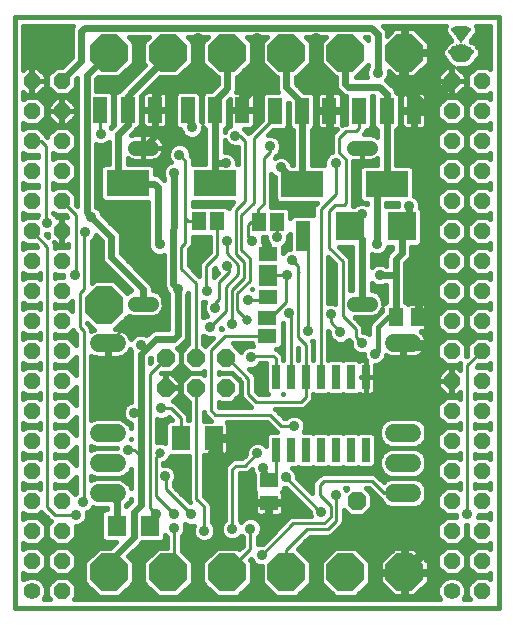
<source format=gbl>
G75*
%MOIN*%
%OFA0B0*%
%FSLAX24Y24*%
%IPPOS*%
%LPD*%
%AMOC8*
5,1,8,0,0,1.08239X$1,22.5*
%
%ADD10C,0.0160*%
%ADD11OC8,0.0600*%
%ADD12R,0.0480X0.0880*%
%ADD13R,0.1417X0.0866*%
%ADD14OC8,0.1250*%
%ADD15OC8,0.0630*%
%ADD16R,0.0630X0.0787*%
%ADD17R,0.0512X0.0591*%
%ADD18C,0.0560*%
%ADD19OC8,0.0560*%
%ADD20R,0.0500X0.1000*%
%ADD21R,0.0630X0.0709*%
%ADD22R,0.0260X0.0800*%
%ADD23R,0.0591X0.0512*%
%ADD24R,0.0460X0.0630*%
%ADD25R,0.0630X0.0460*%
%ADD26R,0.0312X0.0004*%
%ADD27R,0.0344X0.0004*%
%ADD28R,0.0368X0.0004*%
%ADD29R,0.0392X0.0004*%
%ADD30R,0.0408X0.0004*%
%ADD31R,0.0424X0.0004*%
%ADD32R,0.0432X0.0004*%
%ADD33R,0.0448X0.0004*%
%ADD34R,0.0456X0.0004*%
%ADD35R,0.0472X0.0004*%
%ADD36R,0.0480X0.0004*%
%ADD37R,0.0488X0.0004*%
%ADD38R,0.0496X0.0004*%
%ADD39R,0.0504X0.0004*%
%ADD40R,0.0512X0.0004*%
%ADD41R,0.0520X0.0004*%
%ADD42R,0.0528X0.0004*%
%ADD43R,0.0536X0.0004*%
%ADD44R,0.0536X0.0004*%
%ADD45R,0.0544X0.0004*%
%ADD46R,0.0552X0.0004*%
%ADD47R,0.0560X0.0004*%
%ADD48R,0.0560X0.0004*%
%ADD49R,0.0568X0.0004*%
%ADD50R,0.0576X0.0004*%
%ADD51R,0.0584X0.0004*%
%ADD52R,0.0592X0.0004*%
%ADD53R,0.0592X0.0004*%
%ADD54R,0.0600X0.0004*%
%ADD55R,0.0608X0.0004*%
%ADD56R,0.0608X0.0004*%
%ADD57R,0.0616X0.0004*%
%ADD58R,0.0624X0.0004*%
%ADD59R,0.0632X0.0004*%
%ADD60R,0.0632X0.0004*%
%ADD61R,0.0640X0.0004*%
%ADD62R,0.0648X0.0004*%
%ADD63R,0.0648X0.0004*%
%ADD64R,0.0656X0.0004*%
%ADD65R,0.0664X0.0004*%
%ADD66R,0.0664X0.0004*%
%ADD67R,0.0672X0.0004*%
%ADD68R,0.0680X0.0004*%
%ADD69R,0.0680X0.0004*%
%ADD70R,0.0688X0.0004*%
%ADD71R,0.0696X0.0004*%
%ADD72R,0.0700X0.0004*%
%ADD73R,0.0708X0.0004*%
%ADD74R,0.0716X0.0004*%
%ADD75R,0.0720X0.0004*%
%ADD76R,0.0720X0.0004*%
%ADD77R,0.0724X0.0004*%
%ADD78R,0.0808X0.0004*%
%ADD79R,0.0824X0.0004*%
%ADD80R,0.0832X0.0004*%
%ADD81R,0.0840X0.0004*%
%ADD82R,0.0848X0.0004*%
%ADD83R,0.0856X0.0004*%
%ADD84R,0.0860X0.0004*%
%ADD85R,0.0864X0.0004*%
%ADD86R,0.0864X0.0004*%
%ADD87R,0.0868X0.0004*%
%ADD88R,0.0872X0.0004*%
%ADD89R,0.0872X0.0004*%
%ADD90R,0.0860X0.0004*%
%ADD91R,0.0832X0.0004*%
%ADD92R,0.0824X0.0004*%
%ADD93R,0.0708X0.0004*%
%ADD94R,0.0712X0.0004*%
%ADD95R,0.0712X0.0004*%
%ADD96R,0.0700X0.0004*%
%ADD97R,0.0696X0.0004*%
%ADD98R,0.0692X0.0004*%
%ADD99R,0.0668X0.0004*%
%ADD100R,0.0660X0.0004*%
%ADD101R,0.0452X0.0004*%
%ADD102R,0.0188X0.0004*%
%ADD103R,0.0448X0.0004*%
%ADD104R,0.0440X0.0004*%
%ADD105R,0.0184X0.0004*%
%ADD106R,0.0432X0.0004*%
%ADD107R,0.0184X0.0004*%
%ADD108R,0.0424X0.0004*%
%ADD109R,0.0412X0.0004*%
%ADD110R,0.0128X0.0004*%
%ADD111R,0.0044X0.0004*%
%ADD112R,0.0400X0.0004*%
%ADD113R,0.0008X0.0004*%
%ADD114R,0.0388X0.0004*%
%ADD115R,0.0132X0.0004*%
%ADD116R,0.0360X0.0004*%
%ADD117R,0.0136X0.0004*%
%ADD118R,0.0340X0.0004*%
%ADD119R,0.0140X0.0004*%
%ADD120R,0.0328X0.0004*%
%ADD121R,0.0144X0.0004*%
%ADD122R,0.0324X0.0004*%
%ADD123R,0.0148X0.0004*%
%ADD124R,0.0320X0.0004*%
%ADD125R,0.0156X0.0004*%
%ADD126R,0.0316X0.0004*%
%ADD127R,0.0176X0.0004*%
%ADD128R,0.0080X0.0004*%
%ADD129R,0.0052X0.0004*%
%ADD130R,0.0380X0.0004*%
%ADD131R,0.0372X0.0004*%
%ADD132R,0.0356X0.0004*%
%ADD133R,0.0004X0.0004*%
%ADD134R,0.0308X0.0004*%
%ADD135R,0.0060X0.0004*%
%ADD136R,0.0240X0.0004*%
%ADD137R,0.0232X0.0004*%
%ADD138R,0.0044X0.0004*%
%ADD139R,0.0164X0.0004*%
%ADD140R,0.0056X0.0004*%
%ADD141R,0.0036X0.0004*%
%ADD142R,0.0156X0.0004*%
%ADD143R,0.0048X0.0004*%
%ADD144R,0.0024X0.0004*%
%ADD145R,0.0036X0.0004*%
%ADD146R,0.0016X0.0004*%
%ADD147R,0.0028X0.0004*%
%ADD148R,0.0012X0.0004*%
%ADD149R,0.0124X0.0004*%
%ADD150R,0.0108X0.0004*%
%ADD151R,0.0008X0.0004*%
%ADD152R,0.0092X0.0004*%
%ADD153R,0.0068X0.0004*%
%ADD154R,0.0008X0.0004*%
%ADD155R,0.0016X0.0004*%
%ADD156R,0.0024X0.0004*%
%ADD157R,0.0032X0.0004*%
%ADD158R,0.0032X0.0004*%
%ADD159R,0.0040X0.0004*%
%ADD160R,0.0056X0.0004*%
%ADD161R,0.0064X0.0004*%
%ADD162R,0.0072X0.0004*%
%ADD163R,0.0088X0.0004*%
%ADD164R,0.0096X0.0004*%
%ADD165R,0.0104X0.0004*%
%ADD166R,0.0112X0.0004*%
%ADD167R,0.0120X0.0004*%
%ADD168R,0.0124X0.0004*%
%ADD169R,0.0128X0.0004*%
%ADD170R,0.0144X0.0004*%
%ADD171R,0.0152X0.0004*%
%ADD172R,0.0152X0.0004*%
%ADD173R,0.0160X0.0004*%
%ADD174R,0.0168X0.0004*%
%ADD175R,0.0176X0.0004*%
%ADD176R,0.0184X0.0004*%
%ADD177R,0.0192X0.0004*%
%ADD178R,0.0200X0.0004*%
%ADD179R,0.0208X0.0004*%
%ADD180R,0.0216X0.0004*%
%ADD181R,0.0216X0.0004*%
%ADD182R,0.0224X0.0004*%
%ADD183R,0.0232X0.0004*%
%ADD184R,0.0240X0.0004*%
%ADD185R,0.0248X0.0004*%
%ADD186R,0.0256X0.0004*%
%ADD187R,0.0264X0.0004*%
%ADD188R,0.0272X0.0004*%
%ADD189R,0.0280X0.0004*%
%ADD190R,0.0288X0.0004*%
%ADD191R,0.0296X0.0004*%
%ADD192R,0.0304X0.0004*%
%ADD193R,0.0320X0.0004*%
%ADD194R,0.0328X0.0004*%
%ADD195R,0.0336X0.0004*%
%ADD196R,0.0336X0.0004*%
%ADD197R,0.0200X0.0004*%
%ADD198R,0.0128X0.0004*%
%ADD199R,0.0204X0.0004*%
%ADD200R,0.0216X0.0004*%
%ADD201R,0.0228X0.0004*%
%ADD202R,0.0416X0.0004*%
%ADD203R,0.0424X0.0004*%
%ADD204R,0.0428X0.0004*%
%ADD205R,0.0304X0.0004*%
%ADD206R,0.0180X0.0004*%
%ADD207R,0.0112X0.0004*%
%ADD208R,0.0176X0.0004*%
%ADD209R,0.0112X0.0004*%
%ADD210R,0.0132X0.0004*%
%ADD211R,0.0116X0.0004*%
%ADD212R,0.0332X0.0004*%
%ADD213R,0.0336X0.0004*%
%ADD214R,0.0480X0.0004*%
%ADD215R,0.0496X0.0004*%
%ADD216R,0.0512X0.0004*%
%ADD217R,0.0544X0.0004*%
%ADD218R,0.0208X0.0004*%
%ADD219R,0.0356X0.0004*%
%ADD220R,0.0208X0.0004*%
%ADD221R,0.0364X0.0004*%
%ADD222R,0.0212X0.0004*%
%ADD223R,0.0368X0.0004*%
%ADD224R,0.0220X0.0004*%
%ADD225R,0.0600X0.0004*%
%ADD226R,0.0356X0.0004*%
%ADD227R,0.0228X0.0004*%
%ADD228R,0.0236X0.0004*%
%ADD229R,0.0360X0.0004*%
%ADD230R,0.0368X0.0004*%
%ADD231R,0.0244X0.0004*%
%ADD232R,0.0252X0.0004*%
%ADD233R,0.0376X0.0004*%
%ADD234R,0.0672X0.0004*%
%ADD235R,0.0624X0.0004*%
%ADD236R,0.0596X0.0004*%
%ADD237R,0.0552X0.0004*%
%ADD238R,0.0456X0.0004*%
%ADD239R,0.0384X0.0004*%
%ADD240R,0.0352X0.0004*%
%ADD241R,0.0188X0.0004*%
%ADD242R,0.0108X0.0004*%
%ADD243C,0.0515*%
%ADD244R,0.0945X0.0945*%
%ADD245C,0.0600*%
%ADD246C,0.0356*%
%ADD247C,0.0100*%
%ADD248C,0.0240*%
%ADD249C,0.0320*%
%ADD250C,0.0317*%
D10*
X003348Y000180D02*
X019490Y000180D01*
X019490Y019865D01*
X003348Y019865D01*
X003348Y000180D01*
X003628Y001123D02*
X003628Y001347D01*
X003720Y001255D01*
X004118Y001255D01*
X004399Y001536D01*
X004399Y001934D01*
X004118Y002215D01*
X003720Y002215D01*
X003628Y002123D01*
X003628Y002347D01*
X003720Y002255D01*
X004118Y002255D01*
X004399Y002536D01*
X004399Y002934D01*
X004118Y003215D01*
X003720Y003215D01*
X003628Y003123D01*
X003628Y003347D01*
X003720Y003255D01*
X004118Y003255D01*
X004234Y003371D01*
X004471Y003133D01*
X004542Y003063D01*
X004561Y003055D01*
X004439Y002934D01*
X004439Y002536D01*
X004720Y002255D01*
X005118Y002255D01*
X005399Y002536D01*
X005399Y002897D01*
X005470Y002897D01*
X005609Y002955D01*
X005715Y003061D01*
X005773Y003200D01*
X005773Y003351D01*
X005772Y003354D01*
X005833Y003379D01*
X005939Y003486D01*
X005958Y003532D01*
X006059Y003490D01*
X006436Y003490D01*
X006436Y003474D01*
X006358Y003474D01*
X006241Y003357D01*
X006241Y002482D01*
X006358Y002365D01*
X006711Y002365D01*
X006532Y002186D01*
X006156Y002186D01*
X005673Y001703D01*
X005673Y001019D01*
X006156Y000536D01*
X006840Y000536D01*
X007323Y001019D01*
X007323Y001703D01*
X007138Y001887D01*
X007515Y002264D01*
X007605Y002354D01*
X007609Y002365D01*
X008256Y002365D01*
X008374Y002482D01*
X008374Y002590D01*
X008413Y002550D01*
X008413Y002186D01*
X008125Y002186D01*
X007641Y001703D01*
X007641Y001019D01*
X008125Y000536D01*
X008808Y000536D01*
X009291Y001019D01*
X009291Y001703D01*
X008913Y002081D01*
X008913Y002550D01*
X008984Y002621D01*
X009041Y002760D01*
X009041Y002910D01*
X009012Y002982D01*
X009026Y002967D01*
X009165Y002910D01*
X009315Y002910D01*
X009321Y002912D01*
X009285Y002825D01*
X009285Y002675D01*
X009343Y002536D01*
X009449Y002429D01*
X009588Y002372D01*
X009739Y002372D01*
X009878Y002429D01*
X009984Y002536D01*
X010041Y002675D01*
X010041Y002825D01*
X009984Y002964D01*
X009913Y003035D01*
X009913Y003604D01*
X009875Y003696D01*
X009805Y003766D01*
X009658Y003913D01*
X009658Y005266D01*
X009904Y005266D01*
X009904Y005762D01*
X010059Y005762D01*
X010059Y005917D01*
X010476Y005917D01*
X010476Y006257D01*
X010464Y006303D01*
X010440Y006344D01*
X010419Y006365D01*
X011765Y006365D01*
X012086Y006043D01*
X011840Y006043D01*
X011722Y005926D01*
X011722Y005573D01*
X011651Y005644D01*
X011512Y005702D01*
X011362Y005702D01*
X011223Y005644D01*
X011116Y005538D01*
X011059Y005399D01*
X011059Y005299D01*
X010925Y005165D01*
X010674Y005165D01*
X010582Y005127D01*
X010511Y005057D01*
X010388Y004934D01*
X010350Y004842D01*
X010350Y003473D01*
X010347Y003092D01*
X010275Y003019D01*
X010217Y002881D01*
X010217Y002730D01*
X010275Y002591D01*
X010381Y002485D01*
X010520Y002427D01*
X010671Y002427D01*
X010809Y002485D01*
X010904Y002579D01*
X010957Y002527D01*
X010957Y002236D01*
X010842Y002121D01*
X010777Y002186D01*
X010093Y002186D01*
X009610Y001703D01*
X009610Y001019D01*
X010093Y000536D01*
X010777Y000536D01*
X011260Y001019D01*
X011260Y001703D01*
X011195Y001768D01*
X011234Y001807D01*
X011268Y001726D01*
X011374Y001619D01*
X011513Y001562D01*
X011578Y001562D01*
X011578Y001019D01*
X012062Y000536D01*
X012745Y000536D01*
X013228Y001019D01*
X013228Y001703D01*
X012784Y002147D01*
X013187Y002550D01*
X013838Y002550D01*
X013930Y002588D01*
X014205Y002863D01*
X014275Y002933D01*
X014313Y003025D01*
X014313Y003450D01*
X014537Y003226D01*
X014964Y003226D01*
X015265Y003528D01*
X015265Y003954D01*
X015060Y004160D01*
X015155Y004160D01*
X015517Y003798D01*
X015545Y003786D01*
X015569Y003727D01*
X015710Y003586D01*
X015894Y003510D01*
X016693Y003510D01*
X016877Y003586D01*
X017017Y003727D01*
X017093Y003911D01*
X017093Y004109D01*
X017017Y004293D01*
X016877Y004434D01*
X016693Y004510D01*
X016877Y004586D01*
X017017Y004727D01*
X017093Y004911D01*
X017093Y005109D01*
X017017Y005293D01*
X016877Y005434D01*
X016693Y005510D01*
X015894Y005510D01*
X015710Y005434D01*
X015569Y005293D01*
X015493Y005109D01*
X015493Y004911D01*
X015569Y004727D01*
X015710Y004586D01*
X015894Y004510D01*
X016693Y004510D01*
X015894Y004510D01*
X015710Y004434D01*
X015649Y004373D01*
X015470Y004552D01*
X015400Y004622D01*
X015308Y004660D01*
X013609Y004660D01*
X013517Y004622D01*
X013372Y004477D01*
X013301Y004407D01*
X013263Y004315D01*
X013263Y004009D01*
X012761Y004510D01*
X012761Y004610D01*
X012704Y004749D01*
X012610Y004843D01*
X012765Y004843D01*
X012802Y004880D01*
X012840Y004843D01*
X013265Y004843D01*
X013302Y004880D01*
X013340Y004843D01*
X013765Y004843D01*
X013802Y004880D01*
X013840Y004843D01*
X014265Y004843D01*
X014302Y004880D01*
X014340Y004843D01*
X014765Y004843D01*
X014802Y004880D01*
X014840Y004843D01*
X015265Y004843D01*
X015382Y004960D01*
X015382Y005926D01*
X015265Y006043D01*
X014840Y006043D01*
X014802Y006006D01*
X014765Y006043D01*
X014340Y006043D01*
X014302Y006006D01*
X014265Y006043D01*
X013840Y006043D01*
X013802Y006006D01*
X013765Y006043D01*
X013340Y006043D01*
X013302Y006006D01*
X013265Y006043D01*
X012986Y006043D01*
X013036Y006165D01*
X013036Y006315D01*
X012979Y006454D01*
X012873Y006561D01*
X012734Y006618D01*
X012583Y006618D01*
X012444Y006561D01*
X012374Y006490D01*
X012347Y006490D01*
X012080Y006757D01*
X012042Y006795D01*
X012933Y006795D01*
X013025Y006833D01*
X013095Y006903D01*
X013264Y007072D01*
X013302Y007164D01*
X013302Y007300D01*
X013302Y007300D01*
X013340Y007263D01*
X013765Y007263D01*
X013802Y007300D01*
X013840Y007263D01*
X014265Y007263D01*
X014302Y007300D01*
X014340Y007263D01*
X014765Y007263D01*
X014818Y007316D01*
X014853Y007296D01*
X014899Y007283D01*
X015052Y007283D01*
X015052Y007863D01*
X015052Y007863D01*
X014882Y007863D01*
X014882Y007863D01*
X015052Y007863D01*
X015052Y007863D01*
X015052Y007283D01*
X015206Y007283D01*
X015252Y007296D01*
X015293Y007319D01*
X015326Y007353D01*
X015350Y007394D01*
X015362Y007440D01*
X015362Y007863D01*
X015052Y007863D01*
X015052Y008426D01*
X015052Y008426D01*
X015052Y007863D01*
X015052Y007863D01*
X015052Y007863D01*
X015362Y007863D01*
X015362Y008274D01*
X015435Y008274D01*
X015574Y008332D01*
X015681Y008438D01*
X015738Y008577D01*
X015738Y008602D01*
X015742Y008599D01*
X015809Y008565D01*
X015881Y008542D01*
X015956Y008530D01*
X016273Y008530D01*
X016273Y008990D01*
X016313Y008990D01*
X016313Y008530D01*
X016631Y008530D01*
X016706Y008542D01*
X016778Y008565D01*
X016845Y008599D01*
X016906Y008644D01*
X016959Y008697D01*
X017004Y008758D01*
X017038Y008826D01*
X017062Y008898D01*
X017073Y008972D01*
X017073Y008990D01*
X016313Y008990D01*
X016313Y009030D01*
X017073Y009030D01*
X017073Y009048D01*
X017062Y009122D01*
X017038Y009194D01*
X017004Y009262D01*
X016959Y009323D01*
X016906Y009376D01*
X016887Y009390D01*
X017082Y009390D01*
X017128Y009402D01*
X017169Y009426D01*
X017202Y009459D01*
X017226Y009500D01*
X017238Y009546D01*
X017238Y009817D01*
X016850Y009817D01*
X016850Y009913D01*
X016754Y009913D01*
X016754Y010340D01*
X016523Y010340D01*
X016477Y010328D01*
X016444Y010309D01*
X016393Y010360D01*
X016374Y010360D01*
X016374Y011678D01*
X016521Y011825D01*
X016569Y011942D01*
X016569Y012218D01*
X016805Y012218D01*
X016922Y012335D01*
X016922Y013445D01*
X016876Y013491D01*
X016876Y013635D01*
X016819Y013774D01*
X016713Y013881D01*
X016655Y013905D01*
X016655Y014822D01*
X016537Y014939D01*
X016066Y014939D01*
X016066Y016107D01*
X016069Y016107D01*
X016186Y016224D01*
X016186Y017269D01*
X016069Y017386D01*
X016061Y017386D01*
X016017Y017491D01*
X015741Y017768D01*
X015769Y017796D01*
X015826Y017935D01*
X015826Y018060D01*
X016007Y017879D01*
X016290Y017879D01*
X016290Y018634D01*
X016390Y018634D01*
X016390Y017879D01*
X016674Y017879D01*
X017145Y018350D01*
X017145Y018634D01*
X016390Y018634D01*
X016390Y018734D01*
X016290Y018734D01*
X016290Y019489D01*
X016007Y019489D01*
X015768Y019250D01*
X015768Y019374D01*
X015720Y019491D01*
X015626Y019585D01*
X017743Y019585D01*
X017692Y019535D01*
X017692Y019535D01*
X017688Y019531D01*
X017688Y019357D01*
X017696Y019349D01*
X017696Y019345D01*
X017708Y019333D01*
X017708Y019329D01*
X017712Y019325D01*
X017720Y019317D01*
X017720Y019313D01*
X017728Y019305D01*
X017732Y019301D01*
X017732Y019297D01*
X017744Y019285D01*
X017744Y019281D01*
X017756Y019269D01*
X017756Y019265D01*
X017768Y019253D01*
X017768Y019249D01*
X017772Y019245D01*
X017780Y019237D01*
X017780Y019233D01*
X017788Y019225D01*
X017792Y019221D01*
X017792Y019217D01*
X017800Y019209D01*
X017800Y019205D01*
X017816Y019189D01*
X017816Y019185D01*
X017824Y019177D01*
X017824Y019173D01*
X017832Y019165D01*
X017836Y019161D01*
X017836Y019157D01*
X017848Y019145D01*
X017848Y019141D01*
X017860Y019129D01*
X017860Y019125D01*
X017872Y019113D01*
X017872Y019109D01*
X017876Y019105D01*
X017884Y019097D01*
X017884Y019093D01*
X017892Y019085D01*
X017893Y019084D01*
X017889Y019080D01*
X017877Y019080D01*
X017873Y019076D01*
X017869Y019076D01*
X017865Y019072D01*
X017861Y019072D01*
X017857Y019068D01*
X017853Y019068D01*
X017845Y019060D01*
X017841Y019060D01*
X017833Y019052D01*
X017716Y018935D01*
X017716Y018935D01*
X017712Y018931D01*
X017708Y018927D01*
X017704Y018923D01*
X017704Y018919D01*
X017700Y018915D01*
X017700Y018915D01*
X017696Y018911D01*
X017696Y018907D01*
X017692Y018903D01*
X017692Y018899D01*
X017688Y018895D01*
X017688Y018887D01*
X017616Y018815D01*
X017616Y018815D01*
X017600Y018799D01*
X017600Y018795D01*
X017596Y018791D01*
X017596Y018783D01*
X017592Y018779D01*
X017592Y018601D01*
X017596Y018597D01*
X017596Y018585D01*
X017600Y018581D01*
X017600Y018577D01*
X017612Y018565D01*
X017696Y018481D01*
X017700Y018477D01*
X017700Y018473D01*
X017704Y018469D01*
X017704Y018461D01*
X017708Y018457D01*
X017708Y018453D01*
X017712Y018449D01*
X017712Y018445D01*
X017716Y018441D01*
X017716Y018437D01*
X017720Y018433D01*
X017720Y018429D01*
X017724Y018425D01*
X017724Y018421D01*
X017728Y018417D01*
X017728Y018413D01*
X017732Y018409D01*
X017732Y018405D01*
X017740Y018397D01*
X017740Y018393D01*
X017748Y018385D01*
X017748Y018381D01*
X017760Y018369D01*
X017760Y018365D01*
X017784Y018341D01*
X017901Y018224D01*
X017905Y018220D01*
X017909Y018216D01*
X017913Y018216D01*
X017921Y018208D01*
X017925Y018208D01*
X017929Y018204D01*
X017933Y018200D01*
X017937Y018200D01*
X017941Y018196D01*
X017945Y018196D01*
X017946Y018195D01*
X017929Y018195D01*
X017929Y017745D01*
X017909Y017745D01*
X017909Y017725D01*
X017459Y017725D01*
X017459Y017545D01*
X017729Y017275D01*
X017909Y017275D01*
X017909Y017725D01*
X017929Y017725D01*
X017929Y017275D01*
X018110Y017275D01*
X018379Y017545D01*
X018379Y017725D01*
X017929Y017725D01*
X017929Y017745D01*
X018379Y017745D01*
X018379Y017926D01*
X018125Y018180D01*
X018467Y018180D01*
X018471Y018184D01*
X018483Y018184D01*
X018487Y018188D01*
X018495Y018188D01*
X018499Y018192D01*
X018507Y018192D01*
X018511Y018196D01*
X018515Y018196D01*
X018519Y018200D01*
X018523Y018200D01*
X018527Y018204D01*
X018531Y018208D01*
X018535Y018208D01*
X018543Y018216D01*
X018547Y018216D01*
X018551Y018220D01*
X018555Y018224D01*
X018672Y018341D01*
X018696Y018365D01*
X018696Y018369D01*
X018708Y018381D01*
X018708Y018385D01*
X018716Y018393D01*
X018716Y018397D01*
X018724Y018405D01*
X018724Y018409D01*
X018728Y018413D01*
X018728Y018417D01*
X018732Y018421D01*
X018732Y018425D01*
X018736Y018429D01*
X018736Y018433D01*
X018740Y018437D01*
X018740Y018441D01*
X018744Y018445D01*
X018744Y018449D01*
X018748Y018453D01*
X018748Y018457D01*
X018752Y018461D01*
X018752Y018469D01*
X018756Y018473D01*
X018756Y018477D01*
X018760Y018481D01*
X018860Y018581D01*
X018860Y018589D01*
X018864Y018593D01*
X018864Y018601D01*
X018864Y018601D01*
X018864Y018779D01*
X018864Y018783D01*
X018860Y018787D01*
X018860Y018795D01*
X018752Y018903D01*
X018752Y018911D01*
X018748Y018915D01*
X018748Y018931D01*
X018631Y019048D01*
X018567Y019048D01*
X018549Y019066D01*
X018560Y019077D01*
X018560Y019081D01*
X018564Y019085D01*
X018572Y019093D01*
X018572Y019097D01*
X018580Y019105D01*
X018584Y019109D01*
X018584Y019113D01*
X018596Y019125D01*
X018596Y019129D01*
X018608Y019141D01*
X018608Y019145D01*
X018620Y019157D01*
X018620Y019161D01*
X018632Y019173D01*
X018632Y019177D01*
X018640Y019185D01*
X018640Y019185D01*
X018644Y019189D01*
X018644Y019193D01*
X018644Y019193D01*
X018644Y019193D01*
X018656Y019205D01*
X018656Y019209D01*
X018664Y019217D01*
X018664Y019221D01*
X018668Y019225D01*
X018676Y019233D01*
X018676Y019237D01*
X018684Y019245D01*
X018688Y019249D01*
X018688Y019253D01*
X018700Y019265D01*
X018700Y019269D01*
X018712Y019281D01*
X018712Y019285D01*
X018724Y019297D01*
X018724Y019301D01*
X018728Y019305D01*
X018736Y019313D01*
X018736Y019317D01*
X018744Y019325D01*
X018748Y019329D01*
X018748Y019333D01*
X018760Y019345D01*
X018760Y019349D01*
X018768Y019357D01*
X018768Y019531D01*
X018764Y019535D01*
X018714Y019585D01*
X019210Y019585D01*
X019210Y018123D01*
X019118Y018215D01*
X018720Y018215D01*
X018439Y017934D01*
X018439Y017536D01*
X018720Y017255D01*
X019118Y017255D01*
X019210Y017347D01*
X019210Y017123D01*
X019118Y017215D01*
X018720Y017215D01*
X018439Y016934D01*
X018439Y016536D01*
X018720Y016255D01*
X019118Y016255D01*
X019210Y016347D01*
X019210Y016347D01*
X019210Y016123D01*
X019118Y016215D01*
X018720Y016215D01*
X018439Y015934D01*
X018439Y015536D01*
X018720Y015255D01*
X019118Y015255D01*
X019210Y015347D01*
X019210Y015123D01*
X019118Y015215D01*
X018720Y015215D01*
X018439Y014934D01*
X018439Y014536D01*
X018720Y014255D01*
X019118Y014255D01*
X019210Y014347D01*
X019210Y014123D01*
X019118Y014215D01*
X018720Y014215D01*
X018439Y013934D01*
X018439Y013536D01*
X018720Y013255D01*
X019118Y013255D01*
X019210Y013347D01*
X019210Y013123D01*
X019118Y013215D01*
X018720Y013215D01*
X018439Y012934D01*
X018439Y012536D01*
X018720Y012255D01*
X019118Y012255D01*
X019210Y012347D01*
X019210Y012123D01*
X019118Y012215D01*
X018720Y012215D01*
X018439Y011934D01*
X018439Y011536D01*
X018720Y011255D01*
X019118Y011255D01*
X019210Y011347D01*
X019210Y011123D01*
X019118Y011215D01*
X018720Y011215D01*
X018439Y010934D01*
X018439Y010536D01*
X018720Y010255D01*
X019118Y010255D01*
X019210Y010347D01*
X019210Y010123D01*
X019118Y010215D01*
X018720Y010215D01*
X018439Y009934D01*
X018439Y009536D01*
X018720Y009255D01*
X019118Y009255D01*
X019210Y009347D01*
X019210Y009123D01*
X019118Y009215D01*
X018720Y009215D01*
X018439Y008934D01*
X018439Y008609D01*
X018399Y008569D01*
X018399Y008934D01*
X018118Y009215D01*
X017720Y009215D01*
X017439Y008934D01*
X017439Y008536D01*
X017720Y008255D01*
X018118Y008255D01*
X018204Y008341D01*
X018189Y008305D01*
X018189Y008116D01*
X018110Y008195D01*
X017929Y008195D01*
X017929Y007745D01*
X017909Y007745D01*
X017909Y007725D01*
X017459Y007725D01*
X017459Y007545D01*
X017729Y007275D01*
X017909Y007275D01*
X017909Y007725D01*
X017929Y007725D01*
X017929Y007275D01*
X018110Y007275D01*
X018189Y007354D01*
X018189Y007144D01*
X018118Y007215D01*
X017720Y007215D01*
X017439Y006934D01*
X017439Y006536D01*
X017720Y006255D01*
X018118Y006255D01*
X018189Y006326D01*
X018189Y006144D01*
X018118Y006215D01*
X017720Y006215D01*
X017439Y005934D01*
X017439Y005536D01*
X017720Y005255D01*
X018118Y005255D01*
X018189Y005326D01*
X018189Y005144D01*
X018118Y005215D01*
X017720Y005215D01*
X017439Y004934D01*
X017439Y004536D01*
X017720Y004255D01*
X018118Y004255D01*
X018189Y004326D01*
X018189Y004144D01*
X018118Y004215D01*
X017720Y004215D01*
X017439Y003934D01*
X017439Y003536D01*
X017720Y003255D01*
X018061Y003255D01*
X018061Y003235D01*
X018069Y003215D01*
X017720Y003215D01*
X017439Y002934D01*
X017439Y002536D01*
X017720Y002255D01*
X018118Y002255D01*
X018399Y002536D01*
X018399Y002932D01*
X018439Y002932D01*
X018439Y002536D01*
X018720Y002255D01*
X019118Y002255D01*
X019210Y002347D01*
X019210Y002123D01*
X019118Y002215D01*
X018720Y002215D01*
X018439Y001934D01*
X018439Y001536D01*
X018720Y001255D01*
X019118Y001255D01*
X019210Y001347D01*
X019210Y001123D01*
X019118Y001215D01*
X018720Y001215D01*
X018439Y000934D01*
X018439Y000536D01*
X018515Y000460D01*
X018323Y000460D01*
X018326Y000463D01*
X018399Y000640D01*
X018399Y000831D01*
X018326Y001007D01*
X018191Y001142D01*
X018015Y001215D01*
X017824Y001215D01*
X017647Y001142D01*
X017512Y001007D01*
X017439Y000831D01*
X017439Y000640D01*
X017512Y000463D01*
X017515Y000460D01*
X005323Y000460D01*
X005399Y000536D01*
X005399Y000934D01*
X005118Y001215D01*
X004720Y001215D01*
X004439Y000934D01*
X004439Y000536D01*
X004515Y000460D01*
X004323Y000460D01*
X004326Y000463D01*
X004399Y000640D01*
X004399Y000831D01*
X004326Y001007D01*
X004191Y001142D01*
X004015Y001215D01*
X003824Y001215D01*
X003647Y001142D01*
X003628Y001123D01*
X003628Y001131D02*
X003636Y001131D01*
X003628Y001290D02*
X003686Y001290D01*
X004152Y001290D02*
X004686Y001290D01*
X004720Y001255D02*
X005118Y001255D01*
X005399Y001536D01*
X005399Y001934D01*
X005118Y002215D01*
X004720Y002215D01*
X004439Y001934D01*
X004439Y001536D01*
X004720Y001255D01*
X004636Y001131D02*
X004202Y001131D01*
X004340Y000973D02*
X004478Y000973D01*
X004439Y000814D02*
X004399Y000814D01*
X004399Y000656D02*
X004439Y000656D01*
X004478Y000497D02*
X004340Y000497D01*
X005202Y001131D02*
X005673Y001131D01*
X005673Y001290D02*
X005152Y001290D01*
X005311Y001448D02*
X005673Y001448D01*
X005673Y001607D02*
X005399Y001607D01*
X005399Y001765D02*
X005735Y001765D01*
X005894Y001924D02*
X005399Y001924D01*
X005251Y002082D02*
X006052Y002082D01*
X006325Y002399D02*
X005262Y002399D01*
X005399Y002558D02*
X006241Y002558D01*
X006241Y002716D02*
X005399Y002716D01*
X005399Y002875D02*
X006241Y002875D01*
X006241Y003033D02*
X005687Y003033D01*
X005769Y003192D02*
X006241Y003192D01*
X006241Y003350D02*
X005773Y003350D01*
X005948Y003509D02*
X006014Y003509D01*
X006458Y003963D02*
X006458Y003990D01*
X006059Y004490D02*
X005898Y004423D01*
X005898Y004557D01*
X006059Y004490D01*
X006858Y004490D01*
X007042Y004566D01*
X007182Y004707D01*
X007228Y004818D01*
X007228Y004162D01*
X007182Y004273D01*
X007042Y004414D01*
X006858Y004490D01*
X006059Y004490D01*
X005985Y004460D02*
X005898Y004460D01*
X005398Y004460D02*
X005322Y004460D01*
X005398Y004535D02*
X005118Y004255D01*
X004720Y004255D01*
X004685Y004291D01*
X004685Y004180D01*
X004720Y004215D01*
X005118Y004215D01*
X005358Y003975D01*
X005398Y004015D01*
X005398Y004535D01*
X005398Y004301D02*
X005164Y004301D01*
X005191Y004143D02*
X005398Y004143D01*
X005368Y003984D02*
X005349Y003984D01*
X004538Y003033D02*
X004300Y003033D01*
X004399Y002875D02*
X004439Y002875D01*
X004439Y002716D02*
X004399Y002716D01*
X004399Y002558D02*
X004439Y002558D01*
X004576Y002399D02*
X004262Y002399D01*
X004251Y002082D02*
X004587Y002082D01*
X004439Y001924D02*
X004399Y001924D01*
X004399Y001765D02*
X004439Y001765D01*
X004439Y001607D02*
X004399Y001607D01*
X004311Y001448D02*
X004527Y001448D01*
X005361Y000973D02*
X005720Y000973D01*
X005878Y000814D02*
X005399Y000814D01*
X005399Y000656D02*
X006037Y000656D01*
X005360Y000497D02*
X017498Y000497D01*
X017439Y000656D02*
X016773Y000656D01*
X016674Y000556D02*
X017145Y001028D01*
X017145Y001311D01*
X016390Y001311D01*
X016390Y000556D01*
X016674Y000556D01*
X016390Y000656D02*
X016290Y000656D01*
X016290Y000556D02*
X016290Y001311D01*
X015535Y001311D01*
X015535Y001028D01*
X016007Y000556D01*
X016290Y000556D01*
X016290Y000814D02*
X016390Y000814D01*
X016390Y000973D02*
X016290Y000973D01*
X016290Y001131D02*
X016390Y001131D01*
X016390Y001290D02*
X016290Y001290D01*
X016290Y001311D02*
X016390Y001311D01*
X016390Y001411D01*
X016290Y001411D01*
X016290Y001311D01*
X016290Y001411D02*
X015535Y001411D01*
X015535Y001695D01*
X016007Y002166D01*
X016290Y002166D01*
X016290Y001411D01*
X016290Y001448D02*
X016390Y001448D01*
X016390Y001411D02*
X016390Y002166D01*
X016674Y002166D01*
X017145Y001695D01*
X017145Y001411D01*
X016390Y001411D01*
X016390Y001607D02*
X016290Y001607D01*
X016290Y001765D02*
X016390Y001765D01*
X016390Y001924D02*
X016290Y001924D01*
X016290Y002082D02*
X016390Y002082D01*
X016758Y002082D02*
X017587Y002082D01*
X017720Y002215D02*
X017439Y001934D01*
X017439Y001536D01*
X017720Y001255D01*
X018118Y001255D01*
X018399Y001536D01*
X018399Y001934D01*
X018118Y002215D01*
X017720Y002215D01*
X017576Y002399D02*
X013036Y002399D01*
X012877Y002241D02*
X019210Y002241D01*
X018587Y002082D02*
X018251Y002082D01*
X018399Y001924D02*
X018439Y001924D01*
X018439Y001765D02*
X018399Y001765D01*
X018399Y001607D02*
X018439Y001607D01*
X018527Y001448D02*
X018311Y001448D01*
X018152Y001290D02*
X018686Y001290D01*
X018636Y001131D02*
X018202Y001131D01*
X018340Y000973D02*
X018478Y000973D01*
X018439Y000814D02*
X018399Y000814D01*
X018399Y000656D02*
X018439Y000656D01*
X018478Y000497D02*
X018340Y000497D01*
X017636Y001131D02*
X017145Y001131D01*
X017145Y001290D02*
X017686Y001290D01*
X017527Y001448D02*
X017145Y001448D01*
X017145Y001607D02*
X017439Y001607D01*
X017439Y001765D02*
X017075Y001765D01*
X016916Y001924D02*
X017439Y001924D01*
X017439Y002558D02*
X013856Y002558D01*
X014058Y002716D02*
X017439Y002716D01*
X017439Y002875D02*
X014216Y002875D01*
X014313Y003033D02*
X017538Y003033D01*
X017697Y003192D02*
X014313Y003192D01*
X014313Y003350D02*
X014413Y003350D01*
X015088Y003350D02*
X017625Y003350D01*
X017467Y003509D02*
X015246Y003509D01*
X015265Y003667D02*
X015629Y003667D01*
X015489Y003826D02*
X015265Y003826D01*
X015236Y003984D02*
X015331Y003984D01*
X015172Y004143D02*
X015077Y004143D01*
X015562Y004460D02*
X015772Y004460D01*
X015678Y004618D02*
X015404Y004618D01*
X015549Y004777D02*
X012677Y004777D01*
X012758Y004618D02*
X013513Y004618D01*
X013354Y004460D02*
X012812Y004460D01*
X012971Y004301D02*
X013263Y004301D01*
X013263Y004143D02*
X013129Y004143D01*
X012739Y003826D02*
X012295Y003826D01*
X012295Y003733D02*
X012295Y003965D01*
X012283Y004011D01*
X012264Y004043D01*
X012315Y004094D01*
X012315Y004157D01*
X012408Y004157D01*
X013195Y003370D01*
X013195Y003310D01*
X013224Y003240D01*
X012589Y003240D01*
X012497Y003202D01*
X012426Y003132D01*
X012426Y003132D01*
X011613Y002318D01*
X011513Y002318D01*
X011457Y002295D01*
X011457Y002527D01*
X011527Y002597D01*
X011585Y002736D01*
X011585Y002887D01*
X011527Y003026D01*
X011421Y003132D01*
X011282Y003189D01*
X011131Y003189D01*
X010992Y003132D01*
X010898Y003037D01*
X010847Y003088D01*
X010850Y003421D01*
X010850Y003422D01*
X010850Y003471D01*
X010851Y003520D01*
X010850Y003521D01*
X010850Y004665D01*
X011078Y004665D01*
X011170Y004703D01*
X011255Y004789D01*
X011255Y004750D01*
X011313Y004611D01*
X011324Y004599D01*
X011324Y004094D01*
X011376Y004043D01*
X011357Y004011D01*
X011344Y003965D01*
X011344Y003733D01*
X011772Y003733D01*
X011772Y003637D01*
X011868Y003637D01*
X011868Y003733D01*
X012295Y003733D01*
X012295Y003637D02*
X011868Y003637D01*
X011868Y003249D01*
X012139Y003249D01*
X012184Y003262D01*
X012225Y003285D01*
X012259Y003319D01*
X012283Y003360D01*
X012295Y003406D01*
X012295Y003637D01*
X012295Y003509D02*
X013056Y003509D01*
X013195Y003350D02*
X012277Y003350D01*
X012486Y003192D02*
X010848Y003192D01*
X010849Y003350D02*
X011362Y003350D01*
X011357Y003360D02*
X011380Y003319D01*
X011414Y003285D01*
X011455Y003262D01*
X011501Y003249D01*
X011772Y003249D01*
X011772Y003637D01*
X011344Y003637D01*
X011344Y003406D01*
X011357Y003360D01*
X011344Y003509D02*
X010851Y003509D01*
X010850Y003667D02*
X011772Y003667D01*
X011868Y003667D02*
X012898Y003667D01*
X012581Y003984D02*
X012290Y003984D01*
X012315Y004143D02*
X012422Y004143D01*
X011868Y003509D02*
X011772Y003509D01*
X011772Y003350D02*
X011868Y003350D01*
X011520Y003033D02*
X012328Y003033D01*
X012169Y002875D02*
X011585Y002875D01*
X011576Y002716D02*
X012011Y002716D01*
X011852Y002558D02*
X011487Y002558D01*
X011457Y002399D02*
X011694Y002399D01*
X010957Y002399D02*
X009804Y002399D01*
X009993Y002558D02*
X010308Y002558D01*
X010223Y002716D02*
X010041Y002716D01*
X010021Y002875D02*
X010217Y002875D01*
X010288Y003033D02*
X009915Y003033D01*
X009913Y003192D02*
X010348Y003192D01*
X010349Y003350D02*
X009913Y003350D01*
X009913Y003509D02*
X010350Y003509D01*
X010350Y003667D02*
X009887Y003667D01*
X009745Y003826D02*
X010350Y003826D01*
X010350Y003984D02*
X009658Y003984D01*
X009658Y004143D02*
X010350Y004143D01*
X010350Y004301D02*
X009658Y004301D01*
X009658Y004460D02*
X010350Y004460D01*
X010350Y004618D02*
X009658Y004618D01*
X009658Y004777D02*
X010350Y004777D01*
X010390Y004935D02*
X009658Y004935D01*
X009658Y005094D02*
X010548Y005094D01*
X010407Y005302D02*
X010440Y005335D01*
X010464Y005376D01*
X010476Y005422D01*
X010476Y005762D01*
X010059Y005762D01*
X010059Y005266D01*
X010320Y005266D01*
X010366Y005278D01*
X010407Y005302D01*
X010473Y005411D02*
X011064Y005411D01*
X011012Y005252D02*
X009658Y005252D01*
X009904Y005411D02*
X010059Y005411D01*
X010059Y005569D02*
X009904Y005569D01*
X009904Y005728D02*
X010059Y005728D01*
X010059Y005886D02*
X011722Y005886D01*
X011722Y005728D02*
X010476Y005728D01*
X010476Y005569D02*
X011147Y005569D01*
X010476Y006203D02*
X011927Y006203D01*
X012085Y006045D02*
X010476Y006045D01*
X010423Y006362D02*
X011768Y006362D01*
X012158Y006679D02*
X017439Y006679D01*
X017439Y006837D02*
X013029Y006837D01*
X013187Y006996D02*
X017501Y006996D01*
X017659Y007154D02*
X013298Y007154D01*
X012913Y006520D02*
X017455Y006520D01*
X017614Y006362D02*
X016949Y006362D01*
X017017Y006293D02*
X016877Y006434D01*
X016693Y006510D01*
X015894Y006510D01*
X015710Y006434D01*
X015569Y006293D01*
X015493Y006109D01*
X015493Y005911D01*
X015569Y005727D01*
X015710Y005586D01*
X015894Y005510D01*
X016693Y005510D01*
X016877Y005586D01*
X017017Y005727D01*
X017093Y005911D01*
X017093Y006109D01*
X017017Y006293D01*
X017055Y006203D02*
X017708Y006203D01*
X017550Y006045D02*
X017093Y006045D01*
X017144Y006164D02*
X017100Y006208D01*
X017100Y006367D01*
X017144Y006410D01*
X017144Y006475D02*
X017004Y006615D01*
X013923Y006615D01*
X013017Y006362D02*
X015638Y006362D01*
X015532Y006203D02*
X013036Y006203D01*
X012987Y006045D02*
X015493Y006045D01*
X015503Y005886D02*
X015382Y005886D01*
X015382Y005728D02*
X015569Y005728D01*
X015751Y005569D02*
X015382Y005569D01*
X015382Y005411D02*
X015687Y005411D01*
X015552Y005252D02*
X015382Y005252D01*
X015382Y005094D02*
X015493Y005094D01*
X015493Y004935D02*
X015357Y004935D01*
X014441Y004160D02*
X014397Y004116D01*
X014384Y004146D01*
X014370Y004160D01*
X014441Y004160D01*
X014424Y004143D02*
X014386Y004143D01*
X014714Y002186D02*
X014030Y002186D01*
X013547Y001703D01*
X013547Y001019D01*
X014030Y000536D01*
X014714Y000536D01*
X015197Y001019D01*
X015197Y001703D01*
X014714Y002186D01*
X014818Y002082D02*
X015923Y002082D01*
X015764Y001924D02*
X014976Y001924D01*
X015135Y001765D02*
X015606Y001765D01*
X015535Y001607D02*
X015197Y001607D01*
X015197Y001448D02*
X015535Y001448D01*
X015535Y001290D02*
X015197Y001290D01*
X015197Y001131D02*
X015535Y001131D01*
X015591Y000973D02*
X015150Y000973D01*
X014992Y000814D02*
X015749Y000814D01*
X015908Y000656D02*
X014833Y000656D01*
X013911Y000656D02*
X012865Y000656D01*
X013023Y000814D02*
X013752Y000814D01*
X013594Y000973D02*
X013182Y000973D01*
X013228Y001131D02*
X013547Y001131D01*
X013547Y001290D02*
X013228Y001290D01*
X013228Y001448D02*
X013547Y001448D01*
X013547Y001607D02*
X013228Y001607D01*
X013166Y001765D02*
X013609Y001765D01*
X013768Y001924D02*
X013008Y001924D01*
X012849Y002082D02*
X013926Y002082D01*
X011942Y000656D02*
X010896Y000656D01*
X011055Y000814D02*
X011784Y000814D01*
X011625Y000973D02*
X011213Y000973D01*
X011260Y001131D02*
X011578Y001131D01*
X011578Y001290D02*
X011260Y001290D01*
X011260Y001448D02*
X011578Y001448D01*
X011405Y001607D02*
X011260Y001607D01*
X011252Y001765D02*
X011198Y001765D01*
X010957Y002241D02*
X008913Y002241D01*
X008913Y002399D02*
X009523Y002399D01*
X009334Y002558D02*
X008921Y002558D01*
X009023Y002716D02*
X009285Y002716D01*
X009306Y002875D02*
X009041Y002875D01*
X008406Y002558D02*
X008374Y002558D01*
X008413Y002399D02*
X008290Y002399D01*
X008413Y002241D02*
X007491Y002241D01*
X007333Y002082D02*
X008021Y002082D01*
X007862Y001924D02*
X007174Y001924D01*
X007261Y001765D02*
X007704Y001765D01*
X007641Y001607D02*
X007323Y001607D01*
X007323Y001448D02*
X007641Y001448D01*
X007641Y001290D02*
X007323Y001290D01*
X007323Y001131D02*
X007641Y001131D01*
X007688Y000973D02*
X007276Y000973D01*
X007118Y000814D02*
X007847Y000814D01*
X008005Y000656D02*
X006959Y000656D01*
X006586Y002241D02*
X003628Y002241D01*
X003628Y003192D02*
X003697Y003192D01*
X004142Y003192D02*
X004413Y003192D01*
X004255Y003350D02*
X004213Y003350D01*
X004185Y004148D02*
X004118Y004215D01*
X003720Y004215D01*
X003628Y004123D01*
X003628Y004347D01*
X003720Y004255D01*
X004118Y004255D01*
X004185Y004322D01*
X004185Y004148D01*
X004185Y004301D02*
X004164Y004301D01*
X003674Y004301D02*
X003628Y004301D01*
X003628Y004143D02*
X003648Y004143D01*
X003628Y005123D02*
X003628Y005347D01*
X003720Y005255D01*
X004118Y005255D01*
X004185Y005322D01*
X004185Y005148D01*
X004118Y005215D01*
X003720Y005215D01*
X003628Y005123D01*
X003628Y005252D02*
X004185Y005252D01*
X004685Y005252D02*
X005398Y005252D01*
X005398Y005094D02*
X005240Y005094D01*
X005118Y005215D02*
X004720Y005215D01*
X004685Y005180D01*
X004685Y005291D01*
X004720Y005255D01*
X005118Y005255D01*
X005398Y005535D01*
X005398Y004935D01*
X005398Y004935D01*
X005118Y005215D01*
X005273Y005411D02*
X005398Y005411D01*
X005898Y005423D02*
X005898Y005557D01*
X006059Y005490D01*
X006750Y005490D01*
X006750Y005490D01*
X006059Y005490D01*
X005898Y005423D01*
X005398Y005935D02*
X005118Y006215D01*
X004720Y006215D01*
X004685Y006180D01*
X004685Y006291D01*
X004720Y006255D01*
X005118Y006255D01*
X005398Y006535D01*
X005398Y005935D01*
X005398Y006045D02*
X005289Y006045D01*
X005398Y006203D02*
X005130Y006203D01*
X005224Y006362D02*
X005398Y006362D01*
X005383Y006520D02*
X005398Y006520D01*
X005398Y006935D02*
X005118Y007215D01*
X004720Y007215D01*
X004685Y007180D01*
X004685Y007291D01*
X004720Y007255D01*
X005118Y007255D01*
X005398Y007535D01*
X005398Y006935D01*
X005398Y006996D02*
X005338Y006996D01*
X005398Y007154D02*
X005179Y007154D01*
X005175Y007313D02*
X005398Y007313D01*
X005398Y007471D02*
X005334Y007471D01*
X005398Y007935D02*
X005118Y008215D01*
X004720Y008215D01*
X004685Y008180D01*
X004685Y008291D01*
X004720Y008255D01*
X005118Y008255D01*
X005398Y008535D01*
X005398Y007935D01*
X005398Y007947D02*
X005387Y007947D01*
X005398Y008105D02*
X005228Y008105D01*
X005126Y008264D02*
X005398Y008264D01*
X005398Y008422D02*
X005285Y008422D01*
X005398Y008935D02*
X005118Y009215D01*
X004720Y009215D01*
X004685Y009180D01*
X004685Y009291D01*
X004720Y009255D01*
X005118Y009255D01*
X005296Y009433D01*
X005306Y009408D01*
X005398Y009316D01*
X005398Y008935D01*
X005398Y009056D02*
X005277Y009056D01*
X005398Y009215D02*
X005119Y009215D01*
X005236Y009373D02*
X005342Y009373D01*
X005768Y009654D02*
X005768Y009668D01*
X005990Y009446D01*
X006009Y009446D01*
X005974Y009435D01*
X005907Y009401D01*
X005898Y009394D01*
X005898Y009470D01*
X005860Y009562D01*
X005790Y009632D01*
X005768Y009654D01*
X005873Y009532D02*
X005905Y009532D01*
X006438Y008970D02*
X006478Y008970D01*
X006478Y008510D01*
X006796Y008510D01*
X006871Y008522D01*
X006943Y008545D01*
X007010Y008579D01*
X007071Y008624D01*
X007124Y008677D01*
X007169Y008738D01*
X007198Y008797D01*
X007228Y008726D01*
X007239Y008715D01*
X007228Y008689D01*
X007228Y007048D01*
X007114Y007001D01*
X007008Y006894D01*
X006950Y006755D01*
X006950Y006605D01*
X007008Y006466D01*
X007114Y006359D01*
X007228Y006312D01*
X007228Y006162D01*
X007182Y006273D01*
X007042Y006414D01*
X006858Y006490D01*
X006059Y006490D01*
X005898Y006423D01*
X005898Y008586D01*
X005907Y008579D01*
X005974Y008545D01*
X006046Y008522D01*
X006121Y008510D01*
X006438Y008510D01*
X006438Y008970D01*
X006438Y008898D02*
X006478Y008898D01*
X006478Y008739D02*
X006438Y008739D01*
X006438Y008581D02*
X006478Y008581D01*
X007011Y008581D02*
X007228Y008581D01*
X007222Y008739D02*
X007169Y008739D01*
X007228Y008422D02*
X005898Y008422D01*
X005898Y008264D02*
X007228Y008264D01*
X007228Y008105D02*
X005898Y008105D01*
X005898Y007947D02*
X007228Y007947D01*
X007228Y007788D02*
X005898Y007788D01*
X005898Y007630D02*
X007228Y007630D01*
X007228Y007471D02*
X005898Y007471D01*
X005898Y007313D02*
X007228Y007313D01*
X007228Y007154D02*
X005898Y007154D01*
X005898Y006996D02*
X007109Y006996D01*
X006984Y006837D02*
X005898Y006837D01*
X005898Y006679D02*
X006950Y006679D01*
X006985Y006520D02*
X005898Y006520D01*
X007094Y006362D02*
X007112Y006362D01*
X007211Y006203D02*
X007228Y006203D01*
X007228Y005818D02*
X007225Y005809D01*
X007228Y005808D01*
X007228Y005818D01*
X008098Y005886D02*
X008364Y005886D01*
X008364Y005728D02*
X008098Y005728D01*
X008127Y005698D02*
X008098Y005687D01*
X008098Y006477D01*
X008158Y006452D01*
X008309Y006452D01*
X008448Y006509D01*
X008484Y006546D01*
X008597Y006433D01*
X008481Y006433D01*
X008364Y006316D01*
X008364Y005659D01*
X008270Y005698D01*
X008127Y005698D01*
X008098Y006045D02*
X008364Y006045D01*
X008364Y006203D02*
X008098Y006203D01*
X008098Y006362D02*
X008409Y006362D01*
X008458Y006520D02*
X008510Y006520D01*
X008900Y006837D02*
X009158Y006837D01*
X009158Y006679D02*
X009058Y006679D01*
X009091Y006646D02*
X008765Y006972D01*
X008695Y007042D01*
X008629Y007069D01*
X008868Y007308D01*
X008868Y007487D01*
X008408Y007487D01*
X008408Y007527D01*
X008868Y007527D01*
X008868Y007706D01*
X008587Y007987D01*
X008408Y007987D01*
X008408Y007527D01*
X008368Y007527D01*
X008368Y007987D01*
X008221Y007987D01*
X008241Y008007D01*
X008595Y008007D01*
X008888Y008300D01*
X009181Y008007D01*
X008888Y007714D01*
X008888Y007300D01*
X009158Y007030D01*
X009158Y006433D01*
X009129Y006433D01*
X009129Y006554D01*
X009091Y006646D01*
X009129Y006520D02*
X009158Y006520D01*
X009158Y006996D02*
X008741Y006996D01*
X008714Y007154D02*
X009033Y007154D01*
X008888Y007313D02*
X008868Y007313D01*
X008868Y007471D02*
X008888Y007471D01*
X008888Y007630D02*
X008868Y007630D01*
X008785Y007788D02*
X008962Y007788D01*
X009120Y007947D02*
X008627Y007947D01*
X008693Y008105D02*
X009082Y008105D01*
X009181Y008007D02*
X009595Y008007D01*
X009648Y008060D01*
X009648Y007953D01*
X009595Y008007D01*
X009181Y008007D01*
X008924Y008264D02*
X008852Y008264D01*
X008888Y008300D02*
X008888Y008714D01*
X009138Y008964D01*
X009138Y010665D01*
X009109Y010596D01*
X009108Y010595D01*
X009108Y009201D01*
X009060Y009084D01*
X008970Y008994D01*
X008840Y008864D01*
X008768Y008834D01*
X008888Y008714D01*
X008888Y008300D01*
X008888Y008422D02*
X008888Y008422D01*
X008888Y008581D02*
X008888Y008581D01*
X008863Y008739D02*
X008913Y008739D01*
X008873Y008898D02*
X009071Y008898D01*
X009032Y009056D02*
X009138Y009056D01*
X009138Y009215D02*
X009108Y009215D01*
X009108Y009373D02*
X009138Y009373D01*
X009138Y009532D02*
X009108Y009532D01*
X009108Y009690D02*
X009138Y009690D01*
X009138Y009849D02*
X009108Y009849D01*
X009108Y010007D02*
X009138Y010007D01*
X009138Y010166D02*
X009108Y010166D01*
X009108Y010324D02*
X009138Y010324D01*
X009138Y010483D02*
X009108Y010483D01*
X009128Y010641D02*
X009138Y010641D01*
X009638Y010378D02*
X009688Y010357D01*
X009701Y010357D01*
X009655Y010245D01*
X009655Y010095D01*
X009713Y009956D01*
X009754Y009915D01*
X009647Y009871D01*
X009638Y009861D01*
X009638Y010378D01*
X009638Y010324D02*
X009688Y010324D01*
X009655Y010166D02*
X009638Y010166D01*
X009638Y010007D02*
X009692Y010007D01*
X010240Y009489D02*
X010250Y009464D01*
X010232Y009456D01*
X010240Y009475D01*
X010240Y009489D01*
X009945Y009175D02*
X009686Y008917D01*
X009686Y008916D01*
X009638Y008964D01*
X009638Y009239D01*
X009647Y009230D01*
X009786Y009172D01*
X009937Y009172D01*
X009945Y009175D01*
X009826Y009056D02*
X009638Y009056D01*
X009638Y009215D02*
X009684Y009215D01*
X010612Y008990D02*
X010882Y008719D01*
X010893Y008744D01*
X010999Y008851D01*
X011138Y008908D01*
X011282Y008908D01*
X011258Y008932D01*
X011258Y008990D01*
X010612Y008990D01*
X010704Y008898D02*
X011113Y008898D01*
X010891Y008739D02*
X010863Y008739D01*
X011160Y008152D02*
X011289Y008152D01*
X011428Y008209D01*
X011534Y008316D01*
X011538Y008325D01*
X011722Y008325D01*
X011722Y007380D01*
X011808Y007295D01*
X011502Y007295D01*
X011388Y007409D01*
X011388Y007870D01*
X011350Y007962D01*
X011160Y008152D01*
X011207Y008105D02*
X011722Y008105D01*
X011722Y007947D02*
X011357Y007947D01*
X011388Y007788D02*
X011722Y007788D01*
X011722Y007630D02*
X011388Y007630D01*
X011388Y007471D02*
X011722Y007471D01*
X011790Y007313D02*
X011484Y007313D01*
X011094Y006996D02*
X010148Y006996D01*
X010181Y007007D02*
X010595Y007007D01*
X010888Y007300D01*
X010888Y007714D01*
X010595Y008007D01*
X010596Y008008D01*
X010888Y007716D01*
X010888Y007255D01*
X010926Y007163D01*
X010997Y007093D01*
X011225Y006865D01*
X010148Y006865D01*
X010148Y007039D01*
X010181Y007007D01*
X009658Y006687D02*
X009686Y006618D01*
X009757Y006548D01*
X009892Y006413D01*
X009658Y006413D01*
X009658Y006687D01*
X009658Y006679D02*
X009661Y006679D01*
X009658Y006520D02*
X009785Y006520D01*
X010742Y007154D02*
X010936Y007154D01*
X010888Y007313D02*
X010888Y007313D01*
X010888Y007471D02*
X010888Y007471D01*
X010888Y007630D02*
X010888Y007630D01*
X010817Y007788D02*
X010814Y007788D01*
X010658Y007947D02*
X010655Y007947D01*
X010595Y008007D02*
X010181Y008007D01*
X010595Y008007D01*
X010181Y008007D02*
X010148Y008039D01*
X010148Y007975D01*
X010181Y008007D01*
X011482Y008264D02*
X011722Y008264D01*
X012047Y008815D02*
X012171Y008815D01*
X012288Y008932D01*
X012288Y009682D01*
X012302Y009676D01*
X012302Y008426D01*
X012302Y008546D01*
X012264Y008638D01*
X012185Y008717D01*
X012115Y008787D01*
X012047Y008815D01*
X012163Y008739D02*
X012302Y008739D01*
X012288Y008581D02*
X012302Y008581D01*
X012302Y008426D02*
X012302Y008426D01*
X012302Y008898D02*
X012254Y008898D01*
X012288Y009056D02*
X012302Y009056D01*
X012288Y009215D02*
X012302Y009215D01*
X012288Y009373D02*
X012302Y009373D01*
X012288Y009532D02*
X012302Y009532D01*
X012802Y008837D02*
X012802Y008837D01*
X012802Y008426D01*
X012802Y008426D01*
X012802Y008837D01*
X012802Y008739D02*
X012802Y008739D01*
X012802Y008581D02*
X012802Y008581D01*
X013302Y008581D02*
X013302Y008581D01*
X013302Y008426D02*
X013302Y008991D01*
X013270Y009069D01*
X013302Y009083D01*
X013302Y008426D01*
X013302Y008426D01*
X013302Y008739D02*
X013302Y008739D01*
X013302Y008898D02*
X013302Y008898D01*
X013302Y009056D02*
X013275Y009056D01*
X013802Y009056D02*
X013978Y009056D01*
X013994Y009039D02*
X013888Y009146D01*
X013830Y009285D01*
X013830Y009385D01*
X013802Y009412D01*
X013802Y008426D01*
X013840Y008463D01*
X014265Y008463D01*
X014302Y008426D01*
X014340Y008463D01*
X014765Y008463D01*
X014818Y008411D01*
X014853Y008431D01*
X014899Y008443D01*
X015038Y008443D01*
X014982Y008577D01*
X014982Y008622D01*
X014853Y008622D01*
X014714Y008679D01*
X014608Y008786D01*
X014550Y008925D01*
X014550Y009025D01*
X014510Y009064D01*
X014492Y009109D01*
X014423Y009039D01*
X014284Y008982D01*
X014133Y008982D01*
X013994Y009039D01*
X013859Y009215D02*
X013802Y009215D01*
X013802Y009373D02*
X013830Y009373D01*
X013802Y008898D02*
X014562Y008898D01*
X014519Y009056D02*
X014439Y009056D01*
X014655Y008739D02*
X013802Y008739D01*
X013802Y008581D02*
X014982Y008581D01*
X015052Y008422D02*
X015052Y008422D01*
X015052Y008264D02*
X015052Y008264D01*
X015052Y008105D02*
X015052Y008105D01*
X015052Y007947D02*
X015052Y007947D01*
X015052Y007788D02*
X015052Y007788D01*
X015052Y007630D02*
X015052Y007630D01*
X015052Y007471D02*
X015052Y007471D01*
X015052Y007313D02*
X015052Y007313D01*
X014824Y007313D02*
X014814Y007313D01*
X015281Y007313D02*
X017691Y007313D01*
X017909Y007313D02*
X017929Y007313D01*
X017929Y007471D02*
X017909Y007471D01*
X017909Y007630D02*
X017929Y007630D01*
X017919Y007735D02*
X017171Y007735D01*
X017144Y007708D01*
X017459Y007745D02*
X017459Y007926D01*
X017729Y008195D01*
X017909Y008195D01*
X017909Y007745D01*
X017459Y007745D01*
X017459Y007788D02*
X015362Y007788D01*
X015362Y007630D02*
X017459Y007630D01*
X017533Y007471D02*
X015362Y007471D01*
X015362Y007947D02*
X017480Y007947D01*
X017639Y008105D02*
X015362Y008105D01*
X015362Y008264D02*
X017712Y008264D01*
X017553Y008422D02*
X015664Y008422D01*
X015738Y008581D02*
X015779Y008581D01*
X015453Y008746D02*
X015360Y008652D01*
X015363Y008655D01*
X015453Y008746D02*
X015453Y009540D01*
X015778Y009865D01*
X016054Y009865D01*
X016054Y010729D01*
X016374Y010800D02*
X017439Y010800D01*
X017439Y010934D02*
X017439Y010536D01*
X017720Y010255D01*
X018118Y010255D01*
X018399Y010536D01*
X018399Y010934D01*
X018118Y011215D01*
X017720Y011215D01*
X017439Y010934D01*
X017463Y010958D02*
X016374Y010958D01*
X016374Y011117D02*
X017622Y011117D01*
X017720Y011255D02*
X018118Y011255D01*
X018399Y011536D01*
X018399Y011934D01*
X018118Y012215D01*
X017720Y012215D01*
X017439Y011934D01*
X017439Y011536D01*
X017720Y011255D01*
X017700Y011275D02*
X016374Y011275D01*
X016374Y011434D02*
X017542Y011434D01*
X017439Y011592D02*
X016374Y011592D01*
X016446Y011751D02*
X017439Y011751D01*
X017439Y011909D02*
X016556Y011909D01*
X016569Y012068D02*
X017573Y012068D01*
X017720Y012255D02*
X018118Y012255D01*
X018399Y012536D01*
X018399Y012934D01*
X018118Y013215D01*
X017720Y013215D01*
X017439Y012934D01*
X017439Y012536D01*
X017720Y012255D01*
X017591Y012385D02*
X016922Y012385D01*
X016922Y012543D02*
X017439Y012543D01*
X017439Y012702D02*
X016922Y012702D01*
X016922Y012860D02*
X017439Y012860D01*
X017524Y013019D02*
X016922Y013019D01*
X016922Y013177D02*
X017682Y013177D01*
X017720Y013255D02*
X018118Y013255D01*
X018399Y013536D01*
X018399Y013934D01*
X018118Y014215D01*
X017720Y014215D01*
X017439Y013934D01*
X017439Y013536D01*
X017720Y013255D01*
X017640Y013336D02*
X016922Y013336D01*
X016876Y013494D02*
X017481Y013494D01*
X017439Y013653D02*
X016869Y013653D01*
X016782Y013811D02*
X017439Y013811D01*
X017475Y013970D02*
X016655Y013970D01*
X016655Y014128D02*
X017633Y014128D01*
X017720Y014255D02*
X018118Y014255D01*
X018399Y014536D01*
X018399Y014934D01*
X018118Y015215D01*
X017720Y015215D01*
X017439Y014934D01*
X017439Y014536D01*
X017720Y014255D01*
X017689Y014287D02*
X016655Y014287D01*
X016655Y014445D02*
X017530Y014445D01*
X017439Y014604D02*
X016655Y014604D01*
X016655Y014762D02*
X017439Y014762D01*
X017439Y014921D02*
X016556Y014921D01*
X016066Y015079D02*
X017584Y015079D01*
X017720Y015255D02*
X018118Y015255D01*
X018399Y015536D01*
X018399Y015934D01*
X018118Y016215D01*
X017720Y016215D01*
X017439Y015934D01*
X017439Y015536D01*
X017720Y015255D01*
X017579Y015396D02*
X016066Y015396D01*
X016066Y015238D02*
X019210Y015238D01*
X018584Y015079D02*
X018254Y015079D01*
X018399Y014921D02*
X018439Y014921D01*
X018439Y014762D02*
X018399Y014762D01*
X018399Y014604D02*
X018439Y014604D01*
X018530Y014445D02*
X018308Y014445D01*
X018149Y014287D02*
X018689Y014287D01*
X018633Y014128D02*
X018205Y014128D01*
X018364Y013970D02*
X018475Y013970D01*
X018439Y013811D02*
X018399Y013811D01*
X018399Y013653D02*
X018439Y013653D01*
X018481Y013494D02*
X018357Y013494D01*
X018198Y013336D02*
X018640Y013336D01*
X018682Y013177D02*
X018156Y013177D01*
X018315Y013019D02*
X018524Y013019D01*
X018439Y012860D02*
X018399Y012860D01*
X018399Y012702D02*
X018439Y012702D01*
X018439Y012543D02*
X018399Y012543D01*
X018247Y012385D02*
X018591Y012385D01*
X018573Y012068D02*
X018266Y012068D01*
X018399Y011909D02*
X018439Y011909D01*
X018439Y011751D02*
X018399Y011751D01*
X018399Y011592D02*
X018439Y011592D01*
X018542Y011434D02*
X018296Y011434D01*
X018138Y011275D02*
X018700Y011275D01*
X018622Y011117D02*
X018217Y011117D01*
X018375Y010958D02*
X018463Y010958D01*
X018439Y010800D02*
X018399Y010800D01*
X018399Y010641D02*
X018439Y010641D01*
X018493Y010483D02*
X018345Y010483D01*
X018187Y010324D02*
X018651Y010324D01*
X018671Y010166D02*
X018168Y010166D01*
X018118Y010215D02*
X017720Y010215D01*
X017439Y009934D01*
X017439Y009536D01*
X017720Y009255D01*
X018118Y009255D01*
X018399Y009536D01*
X018399Y009934D01*
X018118Y010215D01*
X018326Y010007D02*
X018512Y010007D01*
X018439Y009849D02*
X018399Y009849D01*
X018399Y009690D02*
X018439Y009690D01*
X018444Y009532D02*
X018394Y009532D01*
X018236Y009373D02*
X018602Y009373D01*
X018720Y009215D02*
X018119Y009215D01*
X018277Y009056D02*
X018561Y009056D01*
X018439Y008898D02*
X018399Y008898D01*
X018399Y008739D02*
X018439Y008739D01*
X018411Y008581D02*
X018399Y008581D01*
X018189Y008264D02*
X018126Y008264D01*
X017929Y008105D02*
X017909Y008105D01*
X017909Y007947D02*
X017929Y007947D01*
X017929Y007788D02*
X017909Y007788D01*
X018147Y007313D02*
X018189Y007313D01*
X018179Y007154D02*
X018189Y007154D01*
X018689Y007184D02*
X018689Y007287D01*
X018720Y007255D01*
X019118Y007255D01*
X019210Y007347D01*
X019210Y007123D01*
X019118Y007215D01*
X018720Y007215D01*
X018689Y007184D01*
X019179Y007154D02*
X019210Y007154D01*
X019210Y007313D02*
X019175Y007313D01*
X019210Y008123D02*
X019118Y008215D01*
X018753Y008215D01*
X018793Y008255D01*
X019118Y008255D01*
X019210Y008347D01*
X019210Y008123D01*
X019210Y008264D02*
X019126Y008264D01*
X019119Y009215D02*
X019210Y009215D01*
X019168Y010166D02*
X019210Y010166D01*
X019210Y010324D02*
X019187Y010324D01*
X019210Y011275D02*
X019138Y011275D01*
X019210Y012226D02*
X016813Y012226D01*
X015929Y012218D02*
X015793Y012218D01*
X015739Y012086D01*
X015633Y011979D01*
X015494Y011922D01*
X015343Y011922D01*
X015248Y011961D01*
X015248Y011540D01*
X015299Y011591D01*
X015438Y011648D01*
X015589Y011648D01*
X015728Y011591D01*
X015733Y011585D01*
X015734Y011585D01*
X015734Y011875D01*
X015783Y011992D01*
X015873Y012082D01*
X015929Y012139D01*
X015929Y012218D01*
X015858Y012068D02*
X015721Y012068D01*
X015749Y011909D02*
X015248Y011909D01*
X015248Y011751D02*
X015734Y011751D01*
X015724Y011592D02*
X015734Y011592D01*
X015303Y011592D02*
X015248Y011592D01*
X015248Y011000D02*
X015299Y010949D01*
X015438Y010892D01*
X015589Y010892D01*
X015717Y010945D01*
X015734Y010945D01*
X015734Y010360D01*
X015716Y010360D01*
X015643Y010288D01*
X015643Y010411D01*
X015574Y010579D01*
X015445Y010708D01*
X015277Y010777D01*
X015248Y010777D01*
X015248Y011000D01*
X015248Y010958D02*
X015291Y010958D01*
X015248Y010800D02*
X015734Y010800D01*
X015734Y010641D02*
X015512Y010641D01*
X015614Y010483D02*
X015734Y010483D01*
X015679Y010324D02*
X015643Y010324D01*
X015598Y010121D02*
X015598Y010081D01*
X015295Y009777D01*
X015216Y009699D01*
X015173Y009596D01*
X015173Y009290D01*
X015143Y009321D01*
X015004Y009378D01*
X014972Y009378D01*
X014972Y009516D01*
X014934Y009608D01*
X014864Y009678D01*
X014679Y009863D01*
X015277Y009863D01*
X015445Y009932D01*
X015574Y010061D01*
X015598Y010121D01*
X015524Y010007D02*
X015520Y010007D01*
X015366Y009849D02*
X014693Y009849D01*
X014852Y009690D02*
X015212Y009690D01*
X015173Y009532D02*
X014966Y009532D01*
X015016Y009373D02*
X015173Y009373D01*
X014864Y009678D02*
X014864Y009678D01*
X014033Y010320D02*
X013954Y010353D01*
X013803Y010353D01*
X013802Y010353D01*
X013802Y011857D01*
X014033Y011626D01*
X014033Y010320D01*
X014033Y010324D02*
X014024Y010324D01*
X014033Y010483D02*
X013802Y010483D01*
X013802Y010641D02*
X014033Y010641D01*
X014033Y010800D02*
X013802Y010800D01*
X013802Y010958D02*
X014033Y010958D01*
X014033Y011117D02*
X013802Y011117D01*
X013802Y011275D02*
X014033Y011275D01*
X014033Y011434D02*
X013802Y011434D01*
X013802Y011592D02*
X014033Y011592D01*
X013909Y011751D02*
X013802Y011751D01*
X014149Y012218D02*
X014608Y012218D01*
X014608Y010777D01*
X014580Y010777D01*
X014533Y010758D01*
X014533Y011780D01*
X014495Y011872D01*
X014149Y012218D01*
X014299Y012068D02*
X014608Y012068D01*
X014608Y011909D02*
X014458Y011909D01*
X014533Y011751D02*
X014608Y011751D01*
X014608Y011592D02*
X014533Y011592D01*
X014533Y011434D02*
X014608Y011434D01*
X014608Y011275D02*
X014533Y011275D01*
X014533Y011117D02*
X014608Y011117D01*
X014608Y010958D02*
X014533Y010958D01*
X014533Y010800D02*
X014608Y010800D01*
X016374Y010641D02*
X017439Y010641D01*
X017493Y010483D02*
X016374Y010483D01*
X016429Y010324D02*
X016470Y010324D01*
X016754Y010324D02*
X016850Y010324D01*
X016850Y010340D02*
X016850Y009913D01*
X017238Y009913D01*
X017238Y010184D01*
X017226Y010230D01*
X017202Y010271D01*
X017169Y010304D01*
X017128Y010328D01*
X017082Y010340D01*
X016850Y010340D01*
X016850Y010166D02*
X016754Y010166D01*
X016754Y010007D02*
X016850Y010007D01*
X016850Y009849D02*
X017439Y009849D01*
X017439Y009690D02*
X017238Y009690D01*
X017234Y009532D02*
X017444Y009532D01*
X017602Y009373D02*
X016909Y009373D01*
X017028Y009215D02*
X017720Y009215D01*
X017561Y009056D02*
X017072Y009056D01*
X017061Y008898D02*
X017439Y008898D01*
X017439Y008739D02*
X016990Y008739D01*
X017088Y008625D02*
X017096Y008617D01*
X017088Y008625D02*
X017144Y008680D01*
X017144Y008690D01*
X017128Y008625D02*
X017144Y008609D01*
X017439Y008581D02*
X016808Y008581D01*
X017144Y008850D02*
X016453Y008850D01*
X016293Y009010D01*
X016273Y008898D02*
X016313Y008898D01*
X016313Y008739D02*
X016273Y008739D01*
X016273Y008581D02*
X016313Y008581D01*
X014837Y008422D02*
X014806Y008422D01*
X012404Y006520D02*
X012317Y006520D01*
X012308Y007295D02*
X012297Y007295D01*
X012302Y007300D01*
X012308Y007295D01*
X011255Y004777D02*
X011243Y004777D01*
X011310Y004618D02*
X010850Y004618D01*
X010850Y004460D02*
X011324Y004460D01*
X011324Y004301D02*
X010850Y004301D01*
X010850Y004143D02*
X011324Y004143D01*
X011350Y003984D02*
X010850Y003984D01*
X010850Y003826D02*
X011344Y003826D01*
X010926Y002558D02*
X010882Y002558D01*
X009989Y002082D02*
X008913Y002082D01*
X009071Y001924D02*
X009831Y001924D01*
X009672Y001765D02*
X009229Y001765D01*
X009291Y001607D02*
X009610Y001607D01*
X009610Y001448D02*
X009291Y001448D01*
X009291Y001290D02*
X009610Y001290D01*
X009610Y001131D02*
X009291Y001131D01*
X009245Y000973D02*
X009657Y000973D01*
X009815Y000814D02*
X009086Y000814D01*
X008928Y000656D02*
X009974Y000656D01*
X008065Y003288D02*
X008057Y003298D01*
X007228Y003728D02*
X007076Y003575D01*
X007076Y003601D01*
X007182Y003707D01*
X007228Y003818D01*
X007228Y003728D01*
X007168Y003667D02*
X007142Y003667D01*
X007154Y004301D02*
X007228Y004301D01*
X007228Y004460D02*
X006931Y004460D01*
X007093Y004618D02*
X007228Y004618D01*
X007211Y004777D02*
X007228Y004777D01*
X008303Y004953D02*
X008303Y004996D01*
X008401Y005036D01*
X008502Y005137D01*
X008547Y005246D01*
X009158Y005246D01*
X009158Y003760D01*
X009183Y003699D01*
X008648Y004234D01*
X008648Y004335D01*
X008673Y004360D01*
X008731Y004499D01*
X008731Y004650D01*
X008673Y004789D01*
X008567Y004895D01*
X008428Y004953D01*
X008303Y004953D01*
X008470Y004935D02*
X009158Y004935D01*
X009158Y004777D02*
X008678Y004777D01*
X008731Y004618D02*
X009158Y004618D01*
X009158Y004460D02*
X008714Y004460D01*
X008648Y004301D02*
X009158Y004301D01*
X009158Y004143D02*
X008739Y004143D01*
X008898Y003984D02*
X009158Y003984D01*
X009158Y003826D02*
X009056Y003826D01*
X009158Y005094D02*
X008459Y005094D01*
X008408Y007630D02*
X008368Y007630D01*
X008368Y007788D02*
X008408Y007788D01*
X008408Y007947D02*
X008368Y007947D01*
X007888Y008360D02*
X007868Y008341D01*
X007868Y008492D01*
X007888Y008512D01*
X007888Y008360D01*
X007888Y008422D02*
X007868Y008422D01*
X007218Y009130D02*
X007203Y009174D01*
X007169Y009242D01*
X007124Y009303D01*
X007071Y009356D01*
X007010Y009401D01*
X006943Y009435D01*
X006871Y009458D01*
X006796Y009470D01*
X006697Y009470D01*
X007145Y009918D01*
X007280Y009863D01*
X007977Y009863D01*
X008145Y009932D01*
X008274Y010061D01*
X008343Y010229D01*
X008343Y010411D01*
X008274Y010579D01*
X008145Y010708D01*
X007977Y010777D01*
X007948Y010777D01*
X007948Y010869D01*
X007900Y010986D01*
X006893Y011993D01*
X006893Y012599D01*
X006845Y012716D01*
X006755Y012806D01*
X006274Y013287D01*
X006274Y013288D01*
X006216Y013427D01*
X006110Y013533D01*
X006073Y013548D01*
X006073Y015636D01*
X006143Y015607D01*
X006294Y015607D01*
X006433Y015664D01*
X006478Y015710D01*
X006478Y014971D01*
X006321Y014971D01*
X006203Y014854D01*
X006203Y013822D01*
X006321Y013705D01*
X007803Y013705D01*
X007803Y012378D01*
X007800Y012370D01*
X007800Y012220D01*
X007858Y012081D01*
X007964Y011974D01*
X008103Y011917D01*
X008254Y011917D01*
X008325Y011946D01*
X008323Y011019D01*
X008323Y011019D01*
X008323Y010955D01*
X008323Y010892D01*
X008323Y010892D01*
X008323Y010891D01*
X008348Y010833D01*
X008372Y010774D01*
X008372Y010774D01*
X008372Y010774D01*
X008410Y010736D01*
X008410Y010735D01*
X008468Y010596D01*
X008468Y010595D01*
X008468Y009455D01*
X007995Y009455D01*
X007877Y009406D01*
X007787Y009316D01*
X007740Y009270D01*
X007624Y009318D01*
X007473Y009318D01*
X007334Y009261D01*
X007228Y009154D01*
X007218Y009130D01*
X007183Y009215D02*
X007288Y009215D01*
X007048Y009373D02*
X007844Y009373D01*
X007787Y009316D02*
X007787Y009316D01*
X008220Y010007D02*
X008468Y010007D01*
X008468Y009849D02*
X007075Y009849D01*
X006917Y009690D02*
X008468Y009690D01*
X008468Y009532D02*
X006758Y009532D01*
X005905Y008581D02*
X005898Y008581D01*
X004712Y008264D02*
X004685Y008264D01*
X004185Y008264D02*
X004126Y008264D01*
X004118Y008255D02*
X004185Y008322D01*
X004185Y008148D01*
X004118Y008215D01*
X003720Y008215D01*
X003628Y008123D01*
X003628Y008347D01*
X003720Y008255D01*
X004118Y008255D01*
X003712Y008264D02*
X003628Y008264D01*
X003628Y009123D02*
X003628Y009347D01*
X003720Y009255D01*
X004118Y009255D01*
X004185Y009322D01*
X004185Y009148D01*
X004118Y009215D01*
X003720Y009215D01*
X003628Y009123D01*
X003628Y009215D02*
X003720Y009215D01*
X004119Y009215D02*
X004185Y009215D01*
X004685Y009215D02*
X004720Y009215D01*
X004685Y010180D02*
X004685Y010291D01*
X004720Y010255D01*
X005118Y010255D01*
X005268Y010405D01*
X005268Y010065D01*
X005118Y010215D01*
X004720Y010215D01*
X004685Y010180D01*
X004185Y010166D02*
X004168Y010166D01*
X004185Y010148D02*
X004118Y010215D01*
X003720Y010215D01*
X003628Y010123D01*
X003628Y010347D01*
X003720Y010255D01*
X004118Y010255D01*
X004185Y010322D01*
X004185Y010148D01*
X003671Y010166D02*
X003628Y010166D01*
X003628Y010324D02*
X003651Y010324D01*
X003628Y011123D02*
X003628Y011347D01*
X003720Y011255D01*
X004118Y011255D01*
X004185Y011322D01*
X004185Y011148D01*
X004118Y011215D01*
X003720Y011215D01*
X003628Y011123D01*
X003628Y011275D02*
X003700Y011275D01*
X004138Y011275D02*
X004185Y011275D01*
X004685Y011275D02*
X004700Y011275D01*
X004685Y011291D02*
X004720Y011255D01*
X004975Y011255D01*
X004975Y011215D01*
X004720Y011215D01*
X004685Y011180D01*
X004685Y011291D01*
X004685Y012180D02*
X004685Y012269D01*
X004650Y012354D01*
X004729Y012275D01*
X004909Y012275D01*
X004909Y012725D01*
X004929Y012725D01*
X004929Y012275D01*
X005110Y012275D01*
X005138Y012304D01*
X005138Y012195D01*
X005118Y012215D01*
X004720Y012215D01*
X004685Y012180D01*
X004685Y012226D02*
X005138Y012226D01*
X004929Y012385D02*
X004909Y012385D01*
X004909Y012543D02*
X004929Y012543D01*
X004929Y012702D02*
X004909Y012702D01*
X004909Y012745D02*
X004909Y013195D01*
X004756Y013195D01*
X004744Y013224D01*
X004643Y013325D01*
X004643Y013332D01*
X004720Y013255D01*
X005046Y013255D01*
X005106Y013195D01*
X004929Y013195D01*
X004929Y012745D01*
X004909Y012745D01*
X004909Y012860D02*
X004929Y012860D01*
X004929Y013019D02*
X004909Y013019D01*
X004909Y013177D02*
X004929Y013177D01*
X004459Y012632D02*
X004459Y012549D01*
X004399Y012609D01*
X004399Y012632D01*
X004459Y012632D01*
X004046Y012255D02*
X004086Y012215D01*
X003720Y012215D01*
X003628Y012123D01*
X003628Y012347D01*
X003720Y012255D01*
X004046Y012255D01*
X004075Y012226D02*
X003628Y012226D01*
X003628Y013123D02*
X003628Y013347D01*
X003720Y013255D01*
X004118Y013255D01*
X004143Y013280D01*
X004143Y013265D01*
X004103Y013224D01*
X004099Y013215D01*
X003720Y013215D01*
X003628Y013123D01*
X003628Y013177D02*
X003682Y013177D01*
X003640Y013336D02*
X003628Y013336D01*
X003628Y014123D02*
X003628Y014347D01*
X003720Y014255D01*
X004118Y014255D01*
X004143Y014280D01*
X004143Y014190D01*
X004118Y014215D01*
X003720Y014215D01*
X003628Y014123D01*
X003628Y014128D02*
X003633Y014128D01*
X003628Y014287D02*
X003689Y014287D01*
X003628Y015123D02*
X003628Y015347D01*
X003720Y015255D01*
X004118Y015255D01*
X004143Y015280D01*
X004143Y015190D01*
X004118Y015215D01*
X003720Y015215D01*
X003628Y015123D01*
X003628Y015238D02*
X004143Y015238D01*
X004643Y015238D02*
X005433Y015238D01*
X005433Y015396D02*
X005259Y015396D01*
X005399Y015536D02*
X005399Y015934D01*
X005118Y016215D01*
X004720Y016215D01*
X004439Y015934D01*
X004439Y015878D01*
X004399Y015918D01*
X004399Y015934D01*
X004118Y016215D01*
X003720Y016215D01*
X003628Y016123D01*
X003628Y016347D01*
X003628Y016347D01*
X003720Y016255D01*
X004118Y016255D01*
X004399Y016536D01*
X004399Y016934D01*
X004118Y017215D01*
X003720Y017215D01*
X003628Y017123D01*
X003628Y017375D01*
X003729Y017275D01*
X003909Y017275D01*
X003909Y017725D01*
X003929Y017725D01*
X003929Y017275D01*
X004110Y017275D01*
X004379Y017545D01*
X004379Y017725D01*
X003929Y017725D01*
X003929Y017745D01*
X003909Y017745D01*
X003909Y018195D01*
X003729Y018195D01*
X003628Y018095D01*
X003628Y019585D01*
X005299Y019585D01*
X005253Y019474D01*
X005253Y018548D01*
X004921Y018215D01*
X004720Y018215D01*
X004439Y017934D01*
X004439Y017536D01*
X004720Y017255D01*
X005118Y017255D01*
X005399Y017536D01*
X005399Y017788D01*
X005433Y017822D01*
X005433Y013575D01*
X005399Y013609D01*
X005399Y013934D01*
X005118Y014215D01*
X004720Y014215D01*
X004643Y014138D01*
X004643Y014332D01*
X004720Y014255D01*
X005118Y014255D01*
X005399Y014536D01*
X005399Y014934D01*
X005118Y015215D01*
X004720Y015215D01*
X004643Y015138D01*
X004643Y015332D01*
X004720Y015255D01*
X005118Y015255D01*
X005399Y015536D01*
X005399Y015555D02*
X005433Y015555D01*
X005433Y015713D02*
X005399Y015713D01*
X005399Y015872D02*
X005433Y015872D01*
X005433Y016030D02*
X005303Y016030D01*
X005433Y016189D02*
X005145Y016189D01*
X005110Y016275D02*
X005379Y016545D01*
X005379Y016725D01*
X004929Y016725D01*
X004929Y016275D01*
X005110Y016275D01*
X005182Y016347D02*
X005433Y016347D01*
X005433Y016506D02*
X005340Y016506D01*
X005379Y016664D02*
X005433Y016664D01*
X005379Y016745D02*
X005379Y016926D01*
X005110Y017195D01*
X004929Y017195D01*
X004929Y016745D01*
X004909Y016745D01*
X004909Y016725D01*
X004459Y016725D01*
X004459Y016545D01*
X004729Y016275D01*
X004909Y016275D01*
X004909Y016725D01*
X004929Y016725D01*
X004929Y016745D01*
X005379Y016745D01*
X005379Y016823D02*
X005433Y016823D01*
X005433Y016981D02*
X005324Y016981D01*
X005433Y017140D02*
X005165Y017140D01*
X005161Y017298D02*
X005433Y017298D01*
X005433Y017457D02*
X005319Y017457D01*
X005399Y017615D02*
X005433Y017615D01*
X005433Y017774D02*
X005399Y017774D01*
X004955Y018249D02*
X003628Y018249D01*
X003628Y018408D02*
X005113Y018408D01*
X005253Y018566D02*
X003628Y018566D01*
X003628Y018725D02*
X005253Y018725D01*
X005253Y018883D02*
X003628Y018883D01*
X003628Y019042D02*
X005253Y019042D01*
X005253Y019200D02*
X003628Y019200D01*
X003628Y019359D02*
X005253Y019359D01*
X005271Y019517D02*
X003628Y019517D01*
X003929Y018195D02*
X003929Y017745D01*
X004379Y017745D01*
X004379Y017926D01*
X004110Y018195D01*
X003929Y018195D01*
X003929Y018091D02*
X003909Y018091D01*
X003909Y017932D02*
X003929Y017932D01*
X003929Y017774D02*
X003909Y017774D01*
X003909Y017615D02*
X003929Y017615D01*
X003929Y017457D02*
X003909Y017457D01*
X003909Y017298D02*
X003929Y017298D01*
X004133Y017298D02*
X004677Y017298D01*
X004729Y017195D02*
X004459Y016926D01*
X004459Y016745D01*
X004909Y016745D01*
X004909Y017195D01*
X004729Y017195D01*
X004673Y017140D02*
X004194Y017140D01*
X004352Y016981D02*
X004515Y016981D01*
X004459Y016823D02*
X004399Y016823D01*
X004399Y016664D02*
X004459Y016664D01*
X004498Y016506D02*
X004368Y016506D01*
X004210Y016347D02*
X004657Y016347D01*
X004694Y016189D02*
X004145Y016189D01*
X004303Y016030D02*
X004535Y016030D01*
X004909Y016347D02*
X004929Y016347D01*
X004929Y016506D02*
X004909Y016506D01*
X004909Y016664D02*
X004929Y016664D01*
X004929Y016823D02*
X004909Y016823D01*
X004909Y016981D02*
X004929Y016981D01*
X004929Y017140D02*
X004909Y017140D01*
X004519Y017457D02*
X004291Y017457D01*
X004379Y017615D02*
X004439Y017615D01*
X004439Y017774D02*
X004379Y017774D01*
X004373Y017932D02*
X004439Y017932D01*
X004596Y018091D02*
X004214Y018091D01*
X003706Y017298D02*
X003628Y017298D01*
X003628Y017140D02*
X003645Y017140D01*
X003628Y016189D02*
X003694Y016189D01*
X005254Y015079D02*
X005433Y015079D01*
X005433Y014921D02*
X005399Y014921D01*
X005399Y014762D02*
X005433Y014762D01*
X005433Y014604D02*
X005399Y014604D01*
X005433Y014445D02*
X005308Y014445D01*
X005433Y014287D02*
X005149Y014287D01*
X005205Y014128D02*
X005433Y014128D01*
X005433Y013970D02*
X005364Y013970D01*
X005399Y013811D02*
X005433Y013811D01*
X005433Y013653D02*
X005399Y013653D01*
X006073Y013653D02*
X007803Y013653D01*
X007803Y013494D02*
X006149Y013494D01*
X006254Y013336D02*
X007803Y013336D01*
X007803Y013177D02*
X006384Y013177D01*
X006542Y013019D02*
X007803Y013019D01*
X007803Y012860D02*
X006701Y012860D01*
X006851Y012702D02*
X007803Y012702D01*
X007803Y012543D02*
X006893Y012543D01*
X006893Y012385D02*
X007803Y012385D01*
X007800Y012226D02*
X006893Y012226D01*
X006893Y012068D02*
X007871Y012068D01*
X008325Y011909D02*
X006977Y011909D01*
X007135Y011751D02*
X008324Y011751D01*
X008324Y011592D02*
X007294Y011592D01*
X007452Y011434D02*
X008324Y011434D01*
X008324Y011275D02*
X007611Y011275D01*
X007769Y011117D02*
X008324Y011117D01*
X008323Y010958D02*
X007911Y010958D01*
X007948Y010800D02*
X008361Y010800D01*
X008449Y010641D02*
X008212Y010641D01*
X008314Y010483D02*
X008468Y010483D01*
X008468Y010324D02*
X008343Y010324D01*
X008317Y010166D02*
X008468Y010166D01*
X007226Y010755D02*
X006392Y011589D01*
X006302Y011679D01*
X006253Y011796D01*
X006253Y012402D01*
X006059Y012597D01*
X006020Y012502D01*
X005913Y012396D01*
X005913Y011020D01*
X005990Y011096D01*
X006673Y011096D01*
X007087Y010683D01*
X007112Y010708D01*
X007226Y010755D01*
X007181Y010800D02*
X006970Y010800D01*
X007023Y010958D02*
X006812Y010958D01*
X006864Y011117D02*
X005913Y011117D01*
X005913Y011275D02*
X006706Y011275D01*
X006547Y011434D02*
X005913Y011434D01*
X005913Y011592D02*
X006389Y011592D01*
X006272Y011751D02*
X005913Y011751D01*
X005913Y011909D02*
X006253Y011909D01*
X006253Y012068D02*
X005913Y012068D01*
X005913Y012226D02*
X006253Y012226D01*
X006253Y012385D02*
X005913Y012385D01*
X006036Y012543D02*
X006113Y012543D01*
X006073Y013811D02*
X006214Y013811D01*
X006203Y013970D02*
X006073Y013970D01*
X006073Y014128D02*
X006203Y014128D01*
X006203Y014287D02*
X006073Y014287D01*
X006073Y014445D02*
X006203Y014445D01*
X006203Y014604D02*
X006073Y014604D01*
X006073Y014762D02*
X006203Y014762D01*
X006270Y014921D02*
X006073Y014921D01*
X006073Y015079D02*
X006478Y015079D01*
X006478Y015238D02*
X006073Y015238D01*
X006073Y015396D02*
X006478Y015396D01*
X006478Y015555D02*
X006073Y015555D01*
X006554Y016163D02*
X006553Y016166D01*
X006642Y016255D01*
X006642Y017301D01*
X006525Y017418D01*
X006073Y017418D01*
X006073Y017807D01*
X006141Y017874D01*
X006156Y017859D01*
X006840Y017859D01*
X007323Y018342D01*
X007323Y019026D01*
X007154Y019195D01*
X007811Y019195D01*
X007641Y019026D01*
X007641Y018342D01*
X007702Y018282D01*
X006931Y017510D01*
X006841Y017420D01*
X006840Y017418D01*
X006789Y017418D01*
X006672Y017301D01*
X006672Y016281D01*
X006617Y016226D01*
X006554Y016163D01*
X006576Y016189D02*
X006579Y016189D01*
X006642Y016347D02*
X006672Y016347D01*
X006672Y016506D02*
X006642Y016506D01*
X006642Y016664D02*
X006672Y016664D01*
X006672Y016823D02*
X006642Y016823D01*
X006642Y016981D02*
X006672Y016981D01*
X006672Y017140D02*
X006642Y017140D01*
X006642Y017298D02*
X006672Y017298D01*
X006877Y017457D02*
X006073Y017457D01*
X006073Y017615D02*
X007036Y017615D01*
X007194Y017774D02*
X006073Y017774D01*
X006202Y017105D02*
X006202Y016778D01*
X007230Y015934D02*
X007383Y016088D01*
X007404Y016138D01*
X007435Y016138D01*
X007552Y016255D01*
X007552Y017226D01*
X007616Y017290D01*
X007614Y017287D01*
X007602Y017242D01*
X007602Y016818D01*
X007982Y016818D01*
X007982Y017398D01*
X007758Y017398D01*
X007713Y017386D01*
X007710Y017384D01*
X008185Y017859D01*
X008808Y017859D01*
X009291Y018342D01*
X009291Y019026D01*
X009122Y019195D01*
X009779Y019195D01*
X009610Y019026D01*
X009610Y018342D01*
X010093Y017859D01*
X010115Y017859D01*
X010115Y017624D01*
X009893Y017402D01*
X009707Y017402D01*
X009589Y017285D01*
X009589Y016372D01*
X009574Y016409D01*
X009560Y016424D01*
X009560Y017285D01*
X009442Y017402D01*
X008797Y017402D01*
X008680Y017285D01*
X008680Y016239D01*
X008797Y016122D01*
X008875Y016122D01*
X008875Y016120D01*
X008933Y015981D01*
X009039Y015874D01*
X009178Y015817D01*
X009329Y015817D01*
X009468Y015874D01*
X009574Y015981D01*
X009631Y016120D01*
X009631Y016198D01*
X009707Y016122D01*
X009709Y016122D01*
X009709Y014955D01*
X009283Y014955D01*
X009283Y015140D01*
X009245Y015232D01*
X009221Y015255D01*
X009221Y015355D01*
X009164Y015494D01*
X009058Y015601D01*
X008919Y015658D01*
X008768Y015658D01*
X008629Y015601D01*
X008523Y015494D01*
X008465Y015355D01*
X008465Y015205D01*
X008523Y015066D01*
X008545Y015043D01*
X008454Y015006D01*
X008348Y014899D01*
X008290Y014760D01*
X008290Y014610D01*
X008328Y014518D01*
X008328Y014448D01*
X008275Y014501D01*
X008185Y014591D01*
X008067Y014640D01*
X008021Y014640D01*
X008021Y014854D01*
X007904Y014971D01*
X007118Y014971D01*
X007118Y015163D01*
X007142Y015146D01*
X007203Y015115D01*
X007268Y015093D01*
X007336Y015083D01*
X007628Y015083D01*
X007628Y015520D01*
X007628Y015957D01*
X007336Y015957D01*
X007268Y015947D01*
X007230Y015934D01*
X007326Y016030D02*
X008912Y016030D01*
X009046Y015872D02*
X008146Y015872D01*
X008171Y015854D02*
X008115Y015894D01*
X008054Y015925D01*
X007988Y015947D01*
X007920Y015957D01*
X007628Y015957D01*
X007628Y015520D01*
X007628Y015520D01*
X007628Y015520D01*
X007628Y015083D01*
X007920Y015083D01*
X007988Y015093D01*
X008054Y015115D01*
X008115Y015146D01*
X008171Y015186D01*
X008220Y015235D01*
X008260Y015291D01*
X008291Y015352D01*
X008313Y015418D01*
X008323Y015486D01*
X008323Y015520D01*
X008323Y015554D01*
X008313Y015622D01*
X008291Y015688D01*
X008260Y015749D01*
X008220Y015805D01*
X008171Y015854D01*
X008278Y015713D02*
X009709Y015713D01*
X009709Y015555D02*
X009104Y015555D01*
X009205Y015396D02*
X009709Y015396D01*
X009709Y015238D02*
X009239Y015238D01*
X009283Y015079D02*
X009709Y015079D01*
X010349Y015373D02*
X010349Y015777D01*
X010382Y015698D01*
X010488Y015592D01*
X010627Y015534D01*
X010778Y015534D01*
X010778Y015534D01*
X010778Y014955D01*
X010766Y014955D01*
X010766Y015070D01*
X010709Y015209D01*
X010603Y015316D01*
X010464Y015373D01*
X010349Y015373D01*
X010349Y015396D02*
X010778Y015396D01*
X010778Y015238D02*
X010681Y015238D01*
X010763Y015079D02*
X010778Y015079D01*
X010578Y015555D02*
X010349Y015555D01*
X010349Y015713D02*
X010376Y015713D01*
X010349Y016048D02*
X010349Y016122D01*
X010352Y016122D01*
X010469Y016239D01*
X010469Y017074D01*
X010519Y017123D01*
X010519Y016802D01*
X010899Y016802D01*
X010899Y016722D01*
X010519Y016722D01*
X010519Y016299D01*
X010532Y016253D01*
X010533Y016251D01*
X010488Y016233D01*
X010382Y016126D01*
X010349Y016048D01*
X010418Y016189D02*
X010444Y016189D01*
X010469Y016347D02*
X010519Y016347D01*
X010519Y016506D02*
X010469Y016506D01*
X010469Y016664D02*
X010519Y016664D01*
X010519Y016823D02*
X010469Y016823D01*
X010469Y016981D02*
X010519Y016981D01*
X010899Y016981D02*
X010979Y016981D01*
X010979Y016823D02*
X010899Y016823D01*
X010899Y016802D02*
X010899Y017382D01*
X010736Y017382D01*
X010755Y017428D01*
X010755Y017859D01*
X010777Y017859D01*
X011260Y018342D01*
X011260Y019026D01*
X011091Y019195D01*
X011748Y019195D01*
X011578Y019026D01*
X011578Y018342D01*
X012062Y017859D01*
X012083Y017859D01*
X012083Y017466D01*
X012116Y017386D01*
X011698Y017386D01*
X011581Y017269D01*
X011581Y016436D01*
X011187Y016042D01*
X011187Y016042D01*
X011137Y015993D01*
X011037Y016093D01*
X011023Y016126D01*
X011007Y016142D01*
X011203Y016142D01*
X011249Y016155D01*
X011290Y016178D01*
X011323Y016212D01*
X011347Y016253D01*
X011359Y016299D01*
X011359Y016722D01*
X010979Y016722D01*
X010979Y016802D01*
X010899Y016802D01*
X010979Y016802D02*
X010979Y017382D01*
X011203Y017382D01*
X011249Y017370D01*
X011290Y017346D01*
X011323Y017313D01*
X011347Y017272D01*
X011359Y017226D01*
X011359Y016802D01*
X010979Y016802D01*
X010979Y017140D02*
X010899Y017140D01*
X010899Y017298D02*
X010979Y017298D01*
X010755Y017457D02*
X012087Y017457D01*
X012083Y017615D02*
X010755Y017615D01*
X010755Y017774D02*
X012083Y017774D01*
X011989Y017932D02*
X010850Y017932D01*
X011008Y018091D02*
X011830Y018091D01*
X011672Y018249D02*
X011167Y018249D01*
X011260Y018408D02*
X011578Y018408D01*
X011578Y018566D02*
X011260Y018566D01*
X011260Y018725D02*
X011578Y018725D01*
X011578Y018883D02*
X011260Y018883D01*
X011244Y019042D02*
X011594Y019042D01*
X012723Y017859D02*
X012745Y017859D01*
X013228Y018342D01*
X013228Y019026D01*
X013059Y019195D01*
X013716Y019195D01*
X013547Y019026D01*
X013547Y018342D01*
X014030Y017859D01*
X014052Y017859D01*
X014052Y017583D01*
X014101Y017465D01*
X014197Y017369D01*
X014287Y017279D01*
X014396Y017234D01*
X014396Y016315D01*
X014339Y016315D01*
X014261Y016283D01*
X014261Y016707D01*
X013881Y016707D01*
X013881Y016787D01*
X013801Y016787D01*
X013801Y017366D01*
X013577Y017366D01*
X013531Y017354D01*
X013490Y017331D01*
X013457Y017297D01*
X013433Y017256D01*
X013421Y017210D01*
X013421Y016787D01*
X013801Y016787D01*
X013801Y016707D01*
X013421Y016707D01*
X013421Y016283D01*
X013433Y016237D01*
X013457Y016196D01*
X013490Y016163D01*
X013531Y016139D01*
X013577Y016127D01*
X013801Y016127D01*
X013801Y016707D01*
X013881Y016707D01*
X013881Y016127D01*
X014096Y016127D01*
X013961Y015992D01*
X013923Y015900D01*
X013923Y015360D01*
X013839Y015326D01*
X013733Y015219D01*
X013675Y015080D01*
X013675Y014939D01*
X013251Y014939D01*
X013251Y016107D01*
X013254Y016107D01*
X013371Y016224D01*
X013371Y017269D01*
X013254Y017386D01*
X012999Y017386D01*
X012723Y017662D01*
X012723Y017859D01*
X012723Y017774D02*
X014052Y017774D01*
X014052Y017615D02*
X012771Y017615D01*
X012929Y017457D02*
X014109Y017457D01*
X014105Y017366D02*
X013881Y017366D01*
X013881Y016787D01*
X014261Y016787D01*
X014261Y017210D01*
X014249Y017256D01*
X014225Y017297D01*
X014191Y017331D01*
X014150Y017354D01*
X014105Y017366D01*
X014224Y017298D02*
X014268Y017298D01*
X014261Y017140D02*
X014396Y017140D01*
X014396Y016981D02*
X014261Y016981D01*
X014261Y016823D02*
X014396Y016823D01*
X014396Y016664D02*
X014261Y016664D01*
X014261Y016506D02*
X014396Y016506D01*
X014396Y016347D02*
X014261Y016347D01*
X014261Y016283D02*
X014261Y016283D01*
X014000Y016030D02*
X013251Y016030D01*
X013251Y015872D02*
X013923Y015872D01*
X013923Y015713D02*
X013251Y015713D01*
X013251Y015555D02*
X013923Y015555D01*
X013923Y015396D02*
X013251Y015396D01*
X013251Y015238D02*
X013751Y015238D01*
X013675Y015079D02*
X013251Y015079D01*
X012611Y015079D02*
X012534Y015079D01*
X012544Y015069D02*
X012438Y015176D01*
X012299Y015233D01*
X012148Y015233D01*
X012023Y015181D01*
X012075Y015233D01*
X012075Y015234D01*
X012078Y015234D01*
X012184Y015341D01*
X012241Y015480D01*
X012241Y015630D01*
X012184Y015769D01*
X012078Y015876D01*
X011939Y015933D01*
X011788Y015933D01*
X011783Y015931D01*
X011958Y016107D01*
X012344Y016107D01*
X012461Y016224D01*
X012461Y017020D01*
X012491Y016990D01*
X012491Y016224D01*
X012608Y016107D01*
X012611Y016107D01*
X012611Y014939D01*
X012598Y014939D01*
X012544Y015069D01*
X012611Y015238D02*
X012081Y015238D01*
X012207Y015396D02*
X012611Y015396D01*
X012611Y015555D02*
X012241Y015555D01*
X012207Y015713D02*
X012611Y015713D01*
X012611Y015872D02*
X012082Y015872D01*
X011882Y016030D02*
X012611Y016030D01*
X012526Y016189D02*
X012426Y016189D01*
X012461Y016347D02*
X012491Y016347D01*
X012491Y016506D02*
X012461Y016506D01*
X012461Y016664D02*
X012491Y016664D01*
X012491Y016823D02*
X012461Y016823D01*
X012461Y016981D02*
X012491Y016981D01*
X012033Y016734D02*
X012021Y016747D01*
X011581Y016823D02*
X011359Y016823D01*
X011359Y016981D02*
X011581Y016981D01*
X011581Y017140D02*
X011359Y017140D01*
X011332Y017298D02*
X011610Y017298D01*
X011581Y016664D02*
X011359Y016664D01*
X011359Y016506D02*
X011581Y016506D01*
X011492Y016347D02*
X011359Y016347D01*
X011333Y016189D02*
X011300Y016189D01*
X011175Y016030D02*
X011100Y016030D01*
X009709Y016030D02*
X009594Y016030D01*
X009631Y016189D02*
X009640Y016189D01*
X009709Y015872D02*
X009460Y015872D01*
X009560Y016506D02*
X009589Y016506D01*
X009589Y016664D02*
X009560Y016664D01*
X009560Y016823D02*
X009589Y016823D01*
X009589Y016981D02*
X009560Y016981D01*
X009560Y017140D02*
X009589Y017140D01*
X009602Y017298D02*
X009547Y017298D01*
X009947Y017457D02*
X007782Y017457D01*
X007941Y017615D02*
X010106Y017615D01*
X010115Y017774D02*
X008099Y017774D01*
X008062Y017398D02*
X008062Y016818D01*
X008442Y016818D01*
X008442Y017242D01*
X008430Y017287D01*
X008406Y017329D01*
X008372Y017362D01*
X008331Y017386D01*
X008286Y017398D01*
X008062Y017398D01*
X008062Y017298D02*
X007982Y017298D01*
X007982Y017140D02*
X008062Y017140D01*
X008062Y016981D02*
X007982Y016981D01*
X007982Y016823D02*
X008062Y016823D01*
X008062Y016818D02*
X007982Y016818D01*
X007982Y016738D01*
X008062Y016738D01*
X008062Y016818D01*
X008062Y016738D02*
X008442Y016738D01*
X008442Y016314D01*
X008430Y016269D01*
X008406Y016228D01*
X008372Y016194D01*
X008331Y016170D01*
X008286Y016158D01*
X008062Y016158D01*
X008062Y016738D01*
X008062Y016664D02*
X007982Y016664D01*
X007982Y016738D02*
X007982Y016158D01*
X007758Y016158D01*
X007713Y016170D01*
X007671Y016194D01*
X007638Y016228D01*
X007614Y016269D01*
X007602Y016314D01*
X007602Y016738D01*
X007982Y016738D01*
X007982Y016506D02*
X008062Y016506D01*
X008062Y016347D02*
X007982Y016347D01*
X007982Y016189D02*
X008062Y016189D01*
X008363Y016189D02*
X008731Y016189D01*
X008680Y016347D02*
X008442Y016347D01*
X008442Y016506D02*
X008680Y016506D01*
X008680Y016664D02*
X008442Y016664D01*
X008442Y016823D02*
X008680Y016823D01*
X008680Y016981D02*
X008442Y016981D01*
X008442Y017140D02*
X008680Y017140D01*
X008693Y017298D02*
X008424Y017298D01*
X008881Y017932D02*
X010020Y017932D01*
X009862Y018091D02*
X009040Y018091D01*
X009198Y018249D02*
X009703Y018249D01*
X009610Y018408D02*
X009291Y018408D01*
X009291Y018566D02*
X009610Y018566D01*
X009610Y018725D02*
X009291Y018725D01*
X009291Y018883D02*
X009610Y018883D01*
X009626Y019042D02*
X009276Y019042D01*
X007657Y019042D02*
X007307Y019042D01*
X007323Y018883D02*
X007641Y018883D01*
X007641Y018725D02*
X007323Y018725D01*
X007323Y018566D02*
X007641Y018566D01*
X007641Y018408D02*
X007323Y018408D01*
X007230Y018249D02*
X007670Y018249D01*
X007511Y018091D02*
X007071Y018091D01*
X006913Y017932D02*
X007353Y017932D01*
X007552Y017140D02*
X007602Y017140D01*
X007602Y016981D02*
X007552Y016981D01*
X007552Y016823D02*
X007602Y016823D01*
X007602Y016664D02*
X007552Y016664D01*
X007552Y016506D02*
X007602Y016506D01*
X007602Y016347D02*
X007552Y016347D01*
X007485Y016189D02*
X007681Y016189D01*
X007628Y015872D02*
X007628Y015872D01*
X007628Y015713D02*
X007628Y015713D01*
X007628Y015555D02*
X007628Y015555D01*
X007628Y015520D02*
X008323Y015520D01*
X007628Y015520D01*
X007628Y015520D01*
X007628Y015396D02*
X007628Y015396D01*
X007628Y015238D02*
X007628Y015238D01*
X007954Y014921D02*
X008369Y014921D01*
X008291Y014762D02*
X008021Y014762D01*
X008155Y014604D02*
X008293Y014604D01*
X008648Y014665D02*
X008668Y014685D01*
X008517Y015079D02*
X007118Y015079D01*
X007112Y014338D02*
X007041Y014267D01*
X008221Y015238D02*
X008465Y015238D01*
X008482Y015396D02*
X008306Y015396D01*
X008323Y015555D02*
X008583Y015555D01*
X009283Y013689D02*
X010624Y013689D01*
X010516Y013582D01*
X010483Y013502D01*
X010403Y013583D01*
X009283Y013583D01*
X009283Y013689D01*
X009283Y013653D02*
X010587Y013653D01*
X011880Y013552D02*
X011898Y013595D01*
X011898Y014652D01*
X011903Y014641D01*
X012009Y014534D01*
X012022Y014529D01*
X012022Y013790D01*
X012140Y013673D01*
X013413Y013673D01*
X013340Y013601D01*
X013302Y013509D01*
X013302Y013278D01*
X013297Y013283D01*
X012631Y013283D01*
X012530Y013182D01*
X012530Y013434D01*
X012413Y013552D01*
X011880Y013552D01*
X011898Y013653D02*
X013392Y013653D01*
X013302Y013494D02*
X012471Y013494D01*
X012530Y013336D02*
X013302Y013336D01*
X012514Y012623D02*
X012514Y012153D01*
X012503Y012153D01*
X012364Y012096D01*
X012281Y012012D01*
X012281Y012206D01*
X012313Y012219D01*
X012419Y012326D01*
X012476Y012465D01*
X012476Y012585D01*
X012514Y012623D01*
X012514Y012543D02*
X012476Y012543D01*
X012443Y012385D02*
X012514Y012385D01*
X012514Y012226D02*
X012319Y012226D01*
X012336Y012068D02*
X012281Y012068D01*
X011821Y012068D02*
X011751Y012068D01*
X011751Y011990D02*
X011751Y012365D01*
X011641Y012365D01*
X011641Y012475D01*
X011622Y012522D01*
X011720Y012522D01*
X011720Y012465D01*
X011778Y012326D01*
X011821Y012283D01*
X011821Y011990D01*
X011751Y011990D01*
X011786Y011955D02*
X011763Y012205D01*
X011748Y012220D01*
X011751Y012226D02*
X011821Y012226D01*
X011753Y012385D02*
X011641Y012385D01*
X011763Y011151D02*
X011786Y011128D01*
X011271Y010814D02*
X011252Y010795D01*
X011271Y010787D01*
X011271Y010814D01*
X011271Y010800D02*
X011256Y010800D01*
X010127Y011342D02*
X010032Y011247D01*
X010032Y011247D01*
X009988Y011204D01*
X009988Y011461D01*
X010040Y011513D01*
X010040Y011510D01*
X010098Y011371D01*
X010127Y011342D01*
X010060Y011275D02*
X009988Y011275D01*
X009988Y011434D02*
X010072Y011434D01*
X009488Y011434D02*
X009303Y011434D01*
X009148Y011589D02*
X009488Y011249D01*
X009488Y011615D01*
X009526Y011707D01*
X009597Y011777D01*
X009848Y012029D01*
X009848Y012553D01*
X009777Y012553D01*
X009283Y012553D01*
X009283Y012290D01*
X009245Y012198D01*
X009175Y012128D01*
X009175Y012128D01*
X009148Y012101D01*
X009148Y011589D01*
X009148Y011592D02*
X009488Y011592D01*
X009570Y011751D02*
X009148Y011751D01*
X009148Y011909D02*
X009729Y011909D01*
X009848Y012068D02*
X009148Y012068D01*
X009257Y012226D02*
X009848Y012226D01*
X009848Y012385D02*
X009283Y012385D01*
X009283Y012543D02*
X009848Y012543D01*
X009488Y011275D02*
X009462Y011275D01*
X011898Y013811D02*
X012022Y013811D01*
X012022Y013970D02*
X011898Y013970D01*
X011898Y014128D02*
X012022Y014128D01*
X012022Y014287D02*
X011898Y014287D01*
X011898Y014445D02*
X012022Y014445D01*
X011940Y014604D02*
X011898Y014604D01*
X013336Y016189D02*
X013464Y016189D01*
X013421Y016347D02*
X013371Y016347D01*
X013371Y016506D02*
X013421Y016506D01*
X013421Y016664D02*
X013371Y016664D01*
X013371Y016823D02*
X013421Y016823D01*
X013421Y016981D02*
X013371Y016981D01*
X013371Y017140D02*
X013421Y017140D01*
X013458Y017298D02*
X013342Y017298D01*
X013801Y017298D02*
X013881Y017298D01*
X013881Y017140D02*
X013801Y017140D01*
X013801Y016981D02*
X013881Y016981D01*
X013881Y016823D02*
X013801Y016823D01*
X013801Y016664D02*
X013881Y016664D01*
X013881Y016506D02*
X013801Y016506D01*
X013801Y016347D02*
X013881Y016347D01*
X013881Y016189D02*
X013801Y016189D01*
X014836Y016487D02*
X014836Y016747D01*
X015276Y016823D02*
X015306Y016823D01*
X015306Y016981D02*
X015276Y016981D01*
X015276Y017140D02*
X015306Y017140D01*
X015306Y017230D02*
X015306Y016224D01*
X015423Y016107D01*
X015426Y016107D01*
X015426Y015886D01*
X015415Y015894D01*
X015354Y015925D01*
X015288Y015947D01*
X015220Y015957D01*
X014979Y015957D01*
X015040Y016018D01*
X015077Y016107D01*
X015159Y016107D01*
X015276Y016224D01*
X015276Y017230D01*
X015306Y017230D01*
X015276Y016664D02*
X015306Y016664D01*
X015306Y016506D02*
X015276Y016506D01*
X015276Y016347D02*
X015306Y016347D01*
X015341Y016189D02*
X015241Y016189D01*
X015426Y016030D02*
X015045Y016030D01*
X014928Y015520D02*
X014928Y015083D01*
X014928Y015520D01*
X014928Y015520D01*
X014928Y015396D02*
X014928Y015396D01*
X014928Y015238D02*
X014928Y015238D01*
X014928Y015083D02*
X015220Y015083D01*
X015288Y015093D01*
X015354Y015115D01*
X015415Y015146D01*
X015426Y015154D01*
X015426Y014939D01*
X014954Y014939D01*
X014837Y014822D01*
X014837Y013790D01*
X014954Y013673D01*
X015098Y013673D01*
X015098Y013632D01*
X014999Y013673D01*
X014848Y013673D01*
X014709Y013616D01*
X014656Y013562D01*
X014616Y013562D01*
X014633Y013605D01*
X014633Y015083D01*
X014636Y015083D01*
X014928Y015083D01*
X014936Y014921D02*
X014633Y014921D01*
X014633Y015079D02*
X015426Y015079D01*
X014837Y014762D02*
X014633Y014762D01*
X014633Y014604D02*
X014837Y014604D01*
X014837Y014445D02*
X014633Y014445D01*
X014633Y014287D02*
X014837Y014287D01*
X014837Y014128D02*
X014633Y014128D01*
X014633Y013970D02*
X014837Y013970D01*
X014837Y013811D02*
X014633Y013811D01*
X014633Y013653D02*
X014798Y013653D01*
X015048Y013653D02*
X015098Y013653D01*
X015738Y013653D02*
X016127Y013653D01*
X016120Y013635D02*
X016120Y013562D01*
X015738Y013562D01*
X015738Y013673D01*
X016136Y013673D01*
X016120Y013635D01*
X017144Y015435D02*
X017064Y015515D01*
X017439Y015555D02*
X016066Y015555D01*
X016066Y015713D02*
X017439Y015713D01*
X017439Y015872D02*
X016066Y015872D01*
X016066Y016030D02*
X017535Y016030D01*
X017694Y016189D02*
X017032Y016189D01*
X017040Y016196D02*
X017064Y016237D01*
X017076Y016283D01*
X017076Y016707D01*
X016696Y016707D01*
X016696Y016787D01*
X016616Y016787D01*
X016616Y017366D01*
X016392Y017366D01*
X016346Y017354D01*
X016305Y017331D01*
X016272Y017297D01*
X016248Y017256D01*
X016236Y017210D01*
X016236Y016787D01*
X016616Y016787D01*
X016616Y016707D01*
X016236Y016707D01*
X016236Y016283D01*
X016248Y016237D01*
X016272Y016196D01*
X016305Y016163D01*
X016346Y016139D01*
X016392Y016127D01*
X016616Y016127D01*
X016616Y016707D01*
X016696Y016707D01*
X016696Y016127D01*
X016919Y016127D01*
X016965Y016139D01*
X017006Y016163D01*
X017040Y016196D01*
X017076Y016347D02*
X017628Y016347D01*
X017720Y016255D02*
X017439Y016536D01*
X017439Y016934D01*
X017720Y017215D01*
X018118Y017215D01*
X018399Y016934D01*
X018399Y016536D01*
X018118Y016255D01*
X017720Y016255D01*
X017470Y016506D02*
X017076Y016506D01*
X017076Y016664D02*
X017439Y016664D01*
X017439Y016823D02*
X017076Y016823D01*
X017076Y016787D02*
X017076Y017210D01*
X017064Y017256D01*
X017040Y017297D01*
X017006Y017331D01*
X016965Y017354D01*
X016919Y017366D01*
X016696Y017366D01*
X016696Y016787D01*
X017076Y016787D01*
X017076Y016981D02*
X017486Y016981D01*
X017645Y017140D02*
X017076Y017140D01*
X017039Y017298D02*
X017706Y017298D01*
X017909Y017298D02*
X017929Y017298D01*
X017929Y017457D02*
X017909Y017457D01*
X017909Y017615D02*
X017929Y017615D01*
X017909Y017745D02*
X017459Y017745D01*
X017459Y017926D01*
X017729Y018195D01*
X017909Y018195D01*
X017909Y017745D01*
X017909Y017774D02*
X017929Y017774D01*
X017929Y017932D02*
X017909Y017932D01*
X017909Y018091D02*
X017929Y018091D01*
X017876Y018249D02*
X017044Y018249D01*
X017145Y018408D02*
X017732Y018408D01*
X017696Y018481D02*
X017696Y018481D01*
X017612Y018565D02*
X017612Y018565D01*
X017611Y018566D02*
X017145Y018566D01*
X017145Y018734D02*
X017145Y019017D01*
X016674Y019489D01*
X016390Y019489D01*
X016390Y018734D01*
X017145Y018734D01*
X017145Y018883D02*
X017685Y018883D01*
X017592Y018725D02*
X016390Y018725D01*
X016390Y018883D02*
X016290Y018883D01*
X016290Y019042D02*
X016390Y019042D01*
X016390Y019200D02*
X016290Y019200D01*
X016290Y019359D02*
X016390Y019359D01*
X016804Y019359D02*
X017688Y019359D01*
X017712Y019325D02*
X017712Y019325D01*
X017728Y019305D02*
X017728Y019305D01*
X017772Y019245D02*
X017772Y019245D01*
X017788Y019225D02*
X017788Y019225D01*
X017805Y019200D02*
X016963Y019200D01*
X017121Y019042D02*
X017823Y019042D01*
X017833Y019052D02*
X017833Y019052D01*
X017892Y019085D02*
X017892Y019085D01*
X017893Y019084D02*
X017893Y019084D01*
X017876Y019105D02*
X017876Y019105D01*
X017832Y019165D02*
X017832Y019165D01*
X017688Y019517D02*
X015694Y019517D01*
X015768Y019359D02*
X015877Y019359D01*
X015128Y019177D02*
X015111Y019195D01*
X015028Y019195D01*
X015128Y019094D01*
X015128Y019177D01*
X015128Y018274D02*
X015128Y018225D01*
X015128Y018224D01*
X015070Y018085D01*
X015070Y017935D01*
X015097Y017870D01*
X014725Y017870D01*
X015128Y018274D01*
X015128Y018249D02*
X015104Y018249D01*
X015072Y018091D02*
X014945Y018091D01*
X015071Y017932D02*
X014787Y017932D01*
X013957Y017932D02*
X012818Y017932D01*
X012977Y018091D02*
X013799Y018091D01*
X013640Y018249D02*
X013135Y018249D01*
X013228Y018408D02*
X013547Y018408D01*
X013547Y018566D02*
X013228Y018566D01*
X013228Y018725D02*
X013547Y018725D01*
X013547Y018883D02*
X013228Y018883D01*
X013213Y019042D02*
X013563Y019042D01*
X015825Y017932D02*
X015954Y017932D01*
X015747Y017774D02*
X017459Y017774D01*
X017466Y017932D02*
X016727Y017932D01*
X016885Y018091D02*
X017624Y018091D01*
X017784Y018341D02*
X017784Y018341D01*
X018214Y018091D02*
X018596Y018091D01*
X018580Y018249D02*
X019210Y018249D01*
X019210Y018408D02*
X018724Y018408D01*
X018760Y018481D02*
X018760Y018481D01*
X018845Y018566D02*
X019210Y018566D01*
X019210Y018725D02*
X018864Y018725D01*
X018864Y018779D02*
X018864Y018779D01*
X018772Y018883D02*
X019210Y018883D01*
X019210Y019042D02*
X018638Y019042D01*
X018564Y019085D02*
X018564Y019085D01*
X018580Y019105D02*
X018580Y019105D01*
X018651Y019200D02*
X019210Y019200D01*
X019210Y019359D02*
X018768Y019359D01*
X018744Y019325D02*
X018744Y019325D01*
X018728Y019305D02*
X018728Y019305D01*
X018684Y019245D02*
X018684Y019245D01*
X018668Y019225D02*
X018668Y019225D01*
X018768Y019517D02*
X019210Y019517D01*
X018764Y019535D02*
X018764Y019535D01*
X018672Y018341D02*
X018672Y018341D01*
X018439Y017932D02*
X018373Y017932D01*
X018379Y017774D02*
X018439Y017774D01*
X018439Y017615D02*
X018379Y017615D01*
X018291Y017457D02*
X018519Y017457D01*
X018677Y017298D02*
X018133Y017298D01*
X018194Y017140D02*
X018645Y017140D01*
X018486Y016981D02*
X018352Y016981D01*
X018399Y016823D02*
X018439Y016823D01*
X018439Y016664D02*
X018399Y016664D01*
X018368Y016506D02*
X018470Y016506D01*
X018628Y016347D02*
X018210Y016347D01*
X018145Y016189D02*
X018694Y016189D01*
X018535Y016030D02*
X018303Y016030D01*
X018399Y015872D02*
X018439Y015872D01*
X018439Y015713D02*
X018399Y015713D01*
X018399Y015555D02*
X018439Y015555D01*
X018579Y015396D02*
X018259Y015396D01*
X019145Y016189D02*
X019210Y016189D01*
X019194Y017140D02*
X019210Y017140D01*
X019210Y017298D02*
X019161Y017298D01*
X017547Y017457D02*
X016032Y017457D01*
X016157Y017298D02*
X016273Y017298D01*
X016236Y017140D02*
X016186Y017140D01*
X016186Y016981D02*
X016236Y016981D01*
X016236Y016823D02*
X016186Y016823D01*
X016186Y016664D02*
X016236Y016664D01*
X016236Y016506D02*
X016186Y016506D01*
X016186Y016347D02*
X016236Y016347D01*
X016279Y016189D02*
X016151Y016189D01*
X016616Y016189D02*
X016696Y016189D01*
X016696Y016347D02*
X016616Y016347D01*
X016616Y016506D02*
X016696Y016506D01*
X016696Y016664D02*
X016616Y016664D01*
X016616Y016823D02*
X016696Y016823D01*
X016696Y016981D02*
X016616Y016981D01*
X016616Y017140D02*
X016696Y017140D01*
X016696Y017298D02*
X016616Y017298D01*
X016390Y017932D02*
X016290Y017932D01*
X016290Y018091D02*
X016390Y018091D01*
X016390Y018249D02*
X016290Y018249D01*
X016290Y018408D02*
X016390Y018408D01*
X016390Y018566D02*
X016290Y018566D01*
X015893Y017615D02*
X017459Y017615D01*
X019149Y014287D02*
X019210Y014287D01*
X019205Y014128D02*
X019210Y014128D01*
X019198Y013336D02*
X019210Y013336D01*
X019210Y013177D02*
X019156Y013177D01*
X017085Y010633D02*
X017144Y010574D01*
X017134Y010324D02*
X017651Y010324D01*
X017671Y010166D02*
X017238Y010166D01*
X017238Y010007D02*
X017512Y010007D01*
X017144Y006251D02*
X017148Y006247D01*
X017083Y005886D02*
X017439Y005886D01*
X017439Y005728D02*
X017018Y005728D01*
X016835Y005569D02*
X017439Y005569D01*
X017565Y005411D02*
X016900Y005411D01*
X017034Y005252D02*
X018189Y005252D01*
X018689Y005252D02*
X019210Y005252D01*
X019118Y005255D02*
X019210Y005347D01*
X019210Y005123D01*
X019118Y005215D01*
X018720Y005215D01*
X018689Y005184D01*
X018689Y005287D01*
X018720Y005255D01*
X019118Y005255D01*
X019210Y006123D02*
X019118Y006215D01*
X018720Y006215D01*
X018689Y006184D01*
X018689Y006287D01*
X018720Y006255D01*
X019118Y006255D01*
X019210Y006347D01*
X019210Y006123D01*
X019210Y006203D02*
X019130Y006203D01*
X018708Y006203D02*
X018689Y006203D01*
X018189Y006203D02*
X018130Y006203D01*
X017599Y005094D02*
X017093Y005094D01*
X017093Y004935D02*
X017440Y004935D01*
X017439Y004777D02*
X017038Y004777D01*
X016908Y004618D02*
X017439Y004618D01*
X017516Y004460D02*
X016815Y004460D01*
X017009Y004301D02*
X017674Y004301D01*
X017648Y004143D02*
X017080Y004143D01*
X017093Y003984D02*
X017489Y003984D01*
X017439Y003826D02*
X017058Y003826D01*
X016957Y003667D02*
X017439Y003667D01*
X018164Y004301D02*
X018189Y004301D01*
X018689Y004287D02*
X018689Y004184D01*
X018720Y004215D01*
X019118Y004215D01*
X019210Y004123D01*
X019210Y004347D01*
X019118Y004255D01*
X018720Y004255D01*
X018689Y004287D01*
X019164Y004301D02*
X019210Y004301D01*
X019210Y004143D02*
X019191Y004143D01*
X019210Y003347D02*
X019118Y003255D01*
X018817Y003255D01*
X018817Y003235D01*
X018809Y003215D01*
X019118Y003215D01*
X019210Y003123D01*
X019210Y003347D01*
X019210Y003192D02*
X019142Y003192D01*
X018439Y002875D02*
X018399Y002875D01*
X018399Y002716D02*
X018439Y002716D01*
X018439Y002558D02*
X018399Y002558D01*
X018262Y002399D02*
X018576Y002399D01*
X019152Y001290D02*
X019210Y001290D01*
X019202Y001131D02*
X019210Y001131D01*
X017498Y000973D02*
X017090Y000973D01*
X016932Y000814D02*
X017439Y000814D01*
X005268Y010166D02*
X005168Y010166D01*
X005187Y010324D02*
X005268Y010324D01*
X004185Y007322D02*
X004185Y007148D01*
X004118Y007215D01*
X003720Y007215D01*
X003628Y007123D01*
X003628Y007347D01*
X003720Y007255D01*
X004118Y007255D01*
X004185Y007322D01*
X004185Y007313D02*
X004175Y007313D01*
X004179Y007154D02*
X004185Y007154D01*
X003659Y007154D02*
X003628Y007154D01*
X003628Y007313D02*
X003663Y007313D01*
X003628Y006347D02*
X003720Y006255D01*
X004118Y006255D01*
X004185Y006322D01*
X004185Y006148D01*
X004118Y006215D01*
X003720Y006215D01*
X003628Y006123D01*
X003628Y006347D01*
X003628Y006203D02*
X003708Y006203D01*
X004130Y006203D02*
X004185Y006203D01*
X004685Y006203D02*
X004708Y006203D01*
X004643Y014287D02*
X004689Y014287D01*
D11*
X008388Y008507D03*
X009388Y008507D03*
X010388Y008507D03*
X010388Y007507D03*
X009388Y007507D03*
X008388Y007507D03*
D12*
X008022Y016778D03*
X007112Y016778D03*
X006202Y016778D03*
X009120Y016762D03*
X010029Y016762D03*
X010939Y016762D03*
X012021Y016747D03*
X012931Y016747D03*
X013841Y016747D03*
X014836Y016747D03*
X015746Y016747D03*
X016656Y016747D03*
D13*
X015746Y014306D03*
X012931Y014306D03*
X010029Y014322D03*
X007112Y014338D03*
D14*
X006331Y010271D03*
X006498Y018684D03*
X008466Y018684D03*
X010435Y018684D03*
X012403Y018684D03*
X014372Y018684D03*
X016340Y018684D03*
X016340Y001361D03*
X014372Y001361D03*
X012403Y001361D03*
X010435Y001361D03*
X008466Y001361D03*
X006498Y001361D03*
D15*
X014750Y003741D03*
D16*
X009981Y005840D03*
X008879Y005840D03*
D17*
X016054Y009865D03*
X016802Y009865D03*
D18*
X017919Y000735D03*
X003919Y000735D03*
D19*
X004919Y000735D03*
X004919Y001735D03*
X003919Y001735D03*
X003919Y002735D03*
X004919Y002735D03*
X004919Y003735D03*
X003919Y003735D03*
X003919Y004735D03*
X004919Y004735D03*
X004919Y005735D03*
X003919Y005735D03*
X003919Y006735D03*
X004919Y006735D03*
X004919Y007735D03*
X003919Y007735D03*
X003919Y008735D03*
X004919Y008735D03*
X004919Y009735D03*
X003919Y009735D03*
X003919Y010735D03*
X004919Y010735D03*
X004919Y011735D03*
X003919Y011735D03*
X003919Y012735D03*
X004919Y012735D03*
X004919Y013735D03*
X003919Y013735D03*
X003919Y014735D03*
X004919Y014735D03*
X004919Y015735D03*
X003919Y015735D03*
X003919Y016735D03*
X004919Y016735D03*
X004919Y017735D03*
X003919Y017735D03*
X017919Y017735D03*
X018919Y017735D03*
X018919Y016735D03*
X017919Y016735D03*
X017919Y015735D03*
X018919Y015735D03*
X018919Y014735D03*
X017919Y014735D03*
X017919Y013735D03*
X018919Y013735D03*
X018919Y012735D03*
X017919Y012735D03*
X017919Y011735D03*
X018919Y011735D03*
X018919Y010735D03*
X017919Y010735D03*
X017919Y009735D03*
X018919Y009735D03*
X018919Y008735D03*
X017919Y008735D03*
X017919Y007735D03*
X018919Y007735D03*
X018919Y006735D03*
X017919Y006735D03*
X017919Y005735D03*
X018919Y005735D03*
X018919Y004735D03*
X017919Y004735D03*
X017919Y003735D03*
X018919Y003735D03*
X018919Y002735D03*
X017919Y002735D03*
X017919Y001735D03*
X018919Y001735D03*
X018919Y000735D03*
D20*
X012964Y012583D03*
D21*
X007859Y002920D03*
X006756Y002920D03*
D22*
X012052Y005443D03*
X012552Y005443D03*
X013052Y005443D03*
X013552Y005443D03*
X014052Y005443D03*
X014552Y005443D03*
X015052Y005443D03*
X015052Y007863D03*
X014552Y007863D03*
X014052Y007863D03*
X013552Y007863D03*
X013052Y007863D03*
X012552Y007863D03*
X012052Y007863D03*
D23*
X011820Y004433D03*
X011820Y003685D03*
D24*
X012100Y013037D03*
X011500Y013037D03*
X010090Y013068D03*
X009490Y013068D03*
D25*
X011786Y011955D03*
X011786Y011355D03*
X011786Y011128D03*
X011786Y010528D03*
X011773Y009845D03*
X011773Y009245D03*
D26*
X018228Y018382D03*
X018224Y018894D03*
X018228Y019194D03*
X018228Y019198D03*
D27*
X018228Y018386D03*
D28*
X018228Y018390D03*
D29*
X018228Y018394D03*
X018252Y018878D03*
D30*
X018228Y019258D03*
X018228Y019262D03*
X018228Y019518D03*
X018228Y018398D03*
D31*
X018228Y018402D03*
D32*
X018228Y018406D03*
X018228Y019278D03*
X018228Y019514D03*
D33*
X018228Y018410D03*
D34*
X018228Y018414D03*
D35*
X018228Y018418D03*
D36*
X018228Y018422D03*
X018228Y019506D03*
D37*
X018228Y019314D03*
X018228Y018426D03*
D38*
X018228Y018430D03*
D39*
X018228Y018434D03*
X018228Y019326D03*
D40*
X018228Y019498D03*
X018228Y018438D03*
D41*
X018228Y018442D03*
X018228Y019334D03*
X018228Y019338D03*
D42*
X018228Y019342D03*
X018228Y018446D03*
D43*
X018228Y018450D03*
D44*
X018228Y018454D03*
X018228Y019346D03*
X018228Y019494D03*
D45*
X018228Y019354D03*
X018228Y018458D03*
D46*
X018228Y018462D03*
X018228Y019358D03*
D47*
X018228Y019362D03*
X018228Y018466D03*
D48*
X018228Y018470D03*
D49*
X018228Y018474D03*
X018228Y019366D03*
X018228Y019486D03*
D50*
X018228Y018482D03*
X018228Y018478D03*
D51*
X018228Y018486D03*
X018228Y019482D03*
D52*
X018228Y018490D03*
D53*
X018228Y018494D03*
D54*
X018228Y018498D03*
X018228Y018502D03*
D55*
X018228Y018506D03*
X018228Y019474D03*
D56*
X018228Y018510D03*
D57*
X018228Y018514D03*
X018228Y018518D03*
D58*
X018228Y018522D03*
X018228Y018526D03*
D59*
X018228Y018530D03*
D60*
X018228Y018534D03*
X018228Y019466D03*
D61*
X018228Y018542D03*
X018228Y018538D03*
D62*
X018228Y018546D03*
X018228Y018554D03*
X018228Y019462D03*
D63*
X018228Y018550D03*
D64*
X018228Y018558D03*
X018228Y018562D03*
X018228Y019426D03*
X018228Y019458D03*
D65*
X018228Y019454D03*
X018228Y019434D03*
X018228Y018566D03*
D66*
X018228Y018570D03*
X018228Y019430D03*
D67*
X018228Y019438D03*
X018224Y018806D03*
X018228Y018582D03*
X018228Y018578D03*
X018228Y018574D03*
D68*
X018228Y018586D03*
X018228Y018802D03*
X018228Y019442D03*
X018228Y019446D03*
D69*
X018228Y018590D03*
D70*
X018228Y018594D03*
X018228Y018598D03*
X018228Y018798D03*
D71*
X018228Y018606D03*
X018228Y018602D03*
D72*
X018226Y018610D03*
D73*
X018226Y018614D03*
X018226Y018618D03*
D74*
X018226Y018622D03*
X018226Y018626D03*
D75*
X018228Y018630D03*
D76*
X018228Y018634D03*
D77*
X018230Y018638D03*
D78*
X018228Y018642D03*
X018228Y018734D03*
D79*
X018228Y018646D03*
D80*
X018228Y018650D03*
D81*
X018228Y018654D03*
X018228Y018722D03*
D82*
X018228Y018718D03*
X018228Y018658D03*
D83*
X018228Y018662D03*
X018228Y018714D03*
D84*
X018230Y018666D03*
D85*
X018228Y018670D03*
D86*
X018228Y018674D03*
X018228Y018702D03*
X018228Y018706D03*
D87*
X018230Y018698D03*
X018230Y018682D03*
X018230Y018678D03*
D88*
X018228Y018686D03*
X018228Y018694D03*
D89*
X018228Y018690D03*
D90*
X018230Y018710D03*
D91*
X018228Y018726D03*
D92*
X018228Y018730D03*
D93*
X018238Y018766D03*
X018234Y018778D03*
D94*
X018236Y018770D03*
D95*
X018236Y018774D03*
D96*
X018234Y018782D03*
X018234Y018786D03*
D97*
X018232Y018790D03*
D98*
X018230Y018794D03*
D99*
X018222Y018810D03*
D100*
X018222Y018814D03*
X018222Y018818D03*
D101*
X018122Y018822D03*
D102*
X018454Y018838D03*
X018458Y018826D03*
X018458Y018822D03*
D103*
X018120Y018826D03*
D104*
X018120Y018830D03*
D105*
X018456Y018830D03*
D106*
X018120Y018834D03*
D107*
X018456Y018834D03*
D108*
X018116Y018838D03*
D109*
X018114Y018842D03*
D110*
X018416Y018846D03*
X018420Y018842D03*
X018336Y019218D03*
X018340Y019222D03*
D111*
X018526Y018842D03*
D112*
X018112Y018846D03*
X018228Y019254D03*
D113*
X018228Y018994D03*
X018544Y018846D03*
D114*
X018110Y018850D03*
D115*
X018410Y018850D03*
X018066Y019290D03*
D116*
X018116Y019378D03*
X018100Y018854D03*
D117*
X018228Y018922D03*
X018228Y019078D03*
X018348Y019238D03*
X018408Y018854D03*
D118*
X018094Y018858D03*
D119*
X018402Y018858D03*
X018350Y019242D03*
D120*
X018160Y019298D03*
X018096Y018862D03*
D121*
X018396Y018862D03*
D122*
X018098Y018866D03*
D123*
X018226Y018918D03*
X018390Y018866D03*
D124*
X018104Y018870D03*
X018228Y019530D03*
D125*
X018346Y019250D03*
X018382Y018870D03*
D126*
X018110Y018874D03*
D127*
X018364Y018874D03*
D128*
X018228Y019038D03*
X018228Y019042D03*
X018000Y018878D03*
D129*
X018002Y018882D03*
X018102Y018906D03*
D130*
X018250Y018882D03*
D131*
X018246Y018886D03*
D132*
X018242Y018890D03*
X018122Y019370D03*
D133*
X018394Y018894D03*
D134*
X018222Y018898D03*
D135*
X018102Y018902D03*
D136*
X018256Y018902D03*
X018228Y019146D03*
X018028Y019414D03*
X018228Y019538D03*
D137*
X018040Y019394D03*
X018036Y019398D03*
X018256Y018906D03*
D138*
X018098Y018910D03*
D139*
X018226Y018910D03*
D140*
X018340Y018910D03*
D141*
X018098Y018914D03*
D142*
X018226Y018914D03*
D143*
X018228Y019018D03*
X018344Y018914D03*
D144*
X018096Y018918D03*
D145*
X018226Y018942D03*
X018346Y018918D03*
D146*
X018352Y018926D03*
X018096Y018922D03*
D147*
X018350Y018922D03*
D148*
X018094Y018926D03*
D149*
X018226Y018926D03*
X018070Y019282D03*
X018402Y019306D03*
D150*
X018226Y018930D03*
D151*
X018356Y018930D03*
D152*
X018226Y018934D03*
D153*
X018226Y018938D03*
D154*
X018228Y018990D03*
D155*
X018228Y018998D03*
D156*
X018228Y019002D03*
D157*
X018228Y019006D03*
D158*
X018228Y019010D03*
D159*
X018228Y019014D03*
D160*
X018228Y019022D03*
X018228Y019026D03*
D161*
X018228Y019030D03*
D162*
X018228Y019034D03*
D163*
X018228Y019046D03*
D164*
X018228Y019050D03*
D165*
X018228Y019054D03*
X018228Y019058D03*
D166*
X018228Y019062D03*
D167*
X018228Y019066D03*
X018404Y019302D03*
D168*
X018226Y019070D03*
D169*
X018228Y019074D03*
X018344Y019226D03*
X018348Y019234D03*
X018068Y019286D03*
D170*
X018228Y019082D03*
X018348Y019246D03*
D171*
X018228Y019086D03*
D172*
X018228Y019090D03*
D173*
X018228Y019094D03*
D174*
X018228Y019098D03*
X018228Y019102D03*
D175*
X018228Y019106D03*
D176*
X018228Y019110D03*
D177*
X018228Y019114D03*
X018228Y019118D03*
D178*
X018228Y019122D03*
X018156Y019218D03*
X018152Y019222D03*
X018148Y019226D03*
D179*
X018144Y019238D03*
X018228Y019126D03*
D180*
X018228Y019130D03*
D181*
X018228Y019134D03*
D182*
X018228Y019138D03*
D183*
X018228Y019142D03*
X018032Y019406D03*
D184*
X018228Y019150D03*
D185*
X018228Y019154D03*
D186*
X018228Y019158D03*
D187*
X018228Y019162D03*
X018228Y019166D03*
D188*
X018228Y019170D03*
D189*
X018228Y019174D03*
X018228Y019534D03*
D190*
X018228Y019182D03*
X018228Y019178D03*
D191*
X018228Y019186D03*
D192*
X018228Y019190D03*
D193*
X018228Y019202D03*
D194*
X018228Y019206D03*
D195*
X018228Y019210D03*
D196*
X018228Y019214D03*
D197*
X018148Y019230D03*
D198*
X018344Y019230D03*
D199*
X018414Y019374D03*
X018146Y019234D03*
D200*
X018144Y019242D03*
X018144Y019246D03*
D201*
X018146Y019250D03*
D202*
X018228Y019266D03*
D203*
X018228Y019270D03*
D204*
X018230Y019274D03*
D205*
X018296Y019282D03*
D206*
X018238Y019286D03*
X018234Y019294D03*
D207*
X018396Y019286D03*
X018400Y019294D03*
D208*
X018236Y019290D03*
D209*
X018400Y019290D03*
D210*
X018066Y019294D03*
D211*
X018402Y019298D03*
D212*
X018158Y019302D03*
D213*
X018160Y019306D03*
D214*
X018228Y019310D03*
D215*
X018228Y019318D03*
X018228Y019322D03*
X018228Y019502D03*
D216*
X018228Y019330D03*
D217*
X018228Y019350D03*
D218*
X018408Y019370D03*
D219*
X018358Y019398D03*
X018358Y019402D03*
X018118Y019374D03*
D220*
X018416Y019378D03*
D221*
X018114Y019382D03*
D222*
X018418Y019382D03*
D223*
X018116Y019386D03*
D224*
X018414Y019386D03*
D225*
X018228Y019390D03*
D226*
X018354Y019394D03*
X018362Y019406D03*
D227*
X018034Y019402D03*
D228*
X018030Y019410D03*
D229*
X018364Y019410D03*
D230*
X018364Y019414D03*
X018364Y019418D03*
D231*
X018030Y019418D03*
D232*
X018030Y019422D03*
D233*
X018364Y019422D03*
D234*
X018228Y019450D03*
D235*
X018228Y019470D03*
D236*
X018230Y019478D03*
D237*
X018228Y019490D03*
D238*
X018228Y019510D03*
D239*
X018228Y019522D03*
D240*
X018228Y019526D03*
D241*
X018226Y019542D03*
D242*
X018230Y019546D03*
D243*
X015186Y015520D02*
X014671Y015520D01*
X014671Y010320D02*
X015186Y010320D01*
X007886Y010320D02*
X007371Y010320D01*
X007371Y015520D02*
X007886Y015520D01*
D244*
X014517Y012890D03*
X016249Y012890D03*
D245*
X015993Y009010D02*
X016593Y009010D01*
X016593Y006010D02*
X015993Y006010D01*
X015993Y005010D02*
X016593Y005010D01*
X016593Y004010D02*
X015993Y004010D01*
X006758Y003990D02*
X006158Y003990D01*
X006158Y004990D02*
X006758Y004990D01*
X006758Y005990D02*
X006158Y005990D01*
X006158Y008990D02*
X006758Y008990D01*
D246*
X007548Y008940D03*
X008403Y010335D03*
X008788Y010810D03*
X009763Y010735D03*
X010033Y010170D03*
X009862Y009550D03*
X010585Y009644D03*
X011133Y010435D03*
X010418Y011585D03*
X010418Y012420D03*
X011263Y012400D03*
X011748Y012220D03*
X012098Y012540D03*
X012578Y011775D03*
X012413Y011270D03*
X012483Y010010D03*
X013128Y009420D03*
X013878Y009975D03*
X014208Y009360D03*
X014928Y009000D03*
X015360Y008652D03*
X013918Y006610D03*
X012658Y006240D03*
X011437Y005324D03*
X011633Y004825D03*
X012383Y004535D03*
X013573Y003385D03*
X014063Y003932D03*
X016243Y002555D03*
X018439Y003310D03*
X011703Y003170D03*
X011207Y002811D03*
X010595Y002805D03*
X010188Y003175D03*
X009663Y002750D03*
X009240Y003288D03*
X008653Y003288D03*
X008663Y002835D03*
X008065Y003288D03*
X008353Y004574D03*
X007128Y005440D03*
X007328Y006680D03*
X008233Y006830D03*
X009933Y005285D03*
X011213Y008530D03*
X008178Y012295D03*
X005896Y013213D03*
X005699Y012716D03*
X004423Y013010D03*
X005353Y011265D03*
X008668Y014685D03*
X008843Y015280D03*
X009253Y016195D03*
X010388Y014995D03*
X010703Y015912D03*
X011863Y015555D03*
X012223Y014855D03*
X014053Y015005D03*
X014923Y013295D03*
X015418Y012300D03*
X015513Y011270D03*
X016498Y013560D03*
X015448Y018010D03*
X013403Y019156D03*
X011411Y019156D03*
X009455Y019156D03*
X006218Y015985D03*
X005618Y003700D03*
X005395Y003276D03*
X011588Y001940D03*
D247*
X012638Y002990D01*
X013668Y002990D01*
X013893Y003215D01*
X013893Y003570D01*
X013513Y003950D01*
X013513Y004265D01*
X013658Y004410D01*
X015258Y004410D01*
X015658Y004010D01*
X016293Y004010D01*
X016243Y002555D02*
X017074Y002555D01*
X017144Y002485D01*
X018439Y003310D02*
X018439Y008255D01*
X018919Y008735D01*
X017144Y009900D02*
X016837Y009900D01*
X016802Y009865D01*
X014928Y009000D02*
X014722Y009206D01*
X014722Y009466D01*
X014283Y009905D01*
X014283Y011730D01*
X013828Y012185D01*
X013828Y013390D01*
X014043Y013605D01*
X014333Y013605D01*
X014383Y013655D01*
X014383Y015125D01*
X014173Y015335D01*
X014173Y015850D01*
X014388Y016065D01*
X014733Y016065D01*
X014828Y016160D01*
X014828Y016480D01*
X014836Y016487D01*
X014818Y016729D02*
X014836Y016747D01*
X014053Y015005D02*
X014053Y013960D01*
X013552Y013459D01*
X013552Y007863D01*
X013052Y007863D02*
X013052Y007214D01*
X012883Y007045D01*
X011398Y007045D01*
X011138Y007305D01*
X011138Y007820D01*
X010452Y008507D01*
X010388Y008507D01*
X009898Y008775D02*
X010363Y009240D01*
X011768Y009240D01*
X011773Y009245D01*
X011773Y009845D02*
X011873Y009845D01*
X012383Y010355D01*
X012383Y011240D01*
X012413Y011270D01*
X011871Y011270D01*
X011786Y011355D01*
X011786Y011128D01*
X011693Y011275D01*
X011178Y011075D02*
X011178Y011830D01*
X010908Y012100D01*
X010908Y013260D01*
X011328Y013680D01*
X011328Y015830D01*
X012021Y016523D01*
X012021Y016747D01*
X012048Y016719D01*
X011028Y015748D02*
X010864Y015912D01*
X010703Y015912D01*
X011028Y015748D02*
X011028Y013740D01*
X010728Y013440D01*
X010728Y011960D01*
X010993Y011695D01*
X010993Y011185D01*
X010585Y010777D01*
X010585Y009644D01*
X010388Y010077D02*
X010388Y010870D01*
X010808Y011290D01*
X010808Y011610D01*
X010418Y012000D01*
X010418Y012420D01*
X010388Y012390D01*
X010098Y011925D02*
X009738Y011565D01*
X009738Y010760D01*
X009763Y010735D01*
X009388Y010996D02*
X008898Y011485D01*
X008898Y012205D01*
X009033Y012340D01*
X009033Y013155D01*
X009033Y015090D01*
X008843Y015280D01*
X008948Y015175D01*
X009253Y016195D02*
X009120Y016329D01*
X009120Y016762D01*
X011648Y015160D02*
X011648Y013645D01*
X011473Y013470D01*
X011473Y013064D01*
X011500Y013037D01*
X011235Y013037D01*
X011128Y012930D01*
X011128Y012535D01*
X011263Y012400D01*
X012098Y012540D02*
X012098Y013035D01*
X012100Y013037D01*
X012964Y012583D02*
X013128Y012419D01*
X013128Y009420D01*
X012788Y009205D02*
X012788Y011385D01*
X012812Y011362D01*
X012788Y011385D02*
X012788Y011565D01*
X012578Y011775D01*
X011786Y010528D02*
X011693Y010435D01*
X011133Y010435D01*
X010768Y010665D02*
X010768Y010100D01*
X011088Y009780D01*
X010388Y010077D02*
X009862Y009550D01*
X010033Y010170D02*
X010033Y010335D01*
X010173Y010475D01*
X010173Y011035D01*
X010493Y011355D01*
X010493Y011510D01*
X010418Y011585D01*
X010098Y011925D02*
X010098Y013059D01*
X010090Y013068D01*
X010098Y013059D02*
X010103Y013054D01*
X009490Y013068D02*
X009120Y013068D01*
X009033Y013155D01*
X009388Y010996D02*
X009388Y008507D01*
X009898Y008775D02*
X009898Y006760D01*
X010043Y006615D01*
X011868Y006615D01*
X012243Y006240D01*
X012658Y006240D01*
X012052Y005443D02*
X012052Y004666D01*
X011820Y004433D01*
X011723Y004530D01*
X011723Y004735D01*
X011633Y004825D01*
X011437Y005324D02*
X011028Y004915D01*
X010723Y004915D01*
X010600Y004792D01*
X010600Y003472D01*
X010595Y002805D01*
X010188Y003175D02*
X010188Y005172D01*
X009981Y005840D01*
X010301Y005285D01*
X009933Y005285D01*
X010296Y005280D02*
X009981Y005840D01*
X008879Y005840D02*
X008879Y006504D01*
X008553Y006830D01*
X008233Y006830D01*
X007548Y006685D02*
X007543Y006680D01*
X007328Y006680D01*
X007338Y005440D02*
X007128Y005440D01*
X007338Y005440D02*
X007548Y005230D01*
X008053Y005195D02*
X008198Y005340D01*
X008088Y005230D01*
X008053Y005195D02*
X008053Y003891D01*
X008654Y003290D01*
X008653Y003288D01*
X008663Y002835D02*
X008663Y001558D01*
X008466Y001361D01*
X009663Y002750D02*
X009663Y003554D01*
X009408Y003809D01*
X009408Y007487D01*
X009388Y007507D01*
X008388Y008507D02*
X007848Y007967D01*
X007848Y003505D01*
X008065Y003288D01*
X007606Y002830D01*
X007859Y002920D01*
X008398Y004130D02*
X008398Y004529D01*
X008353Y004574D01*
X008398Y004130D02*
X009240Y003288D01*
X011207Y002811D02*
X011207Y002133D01*
X010435Y001361D01*
X011703Y003170D02*
X011820Y003276D01*
X011820Y003685D01*
X012383Y004535D02*
X013533Y003385D01*
X013573Y003385D01*
X014063Y003075D02*
X013788Y002800D01*
X013083Y002800D01*
X012403Y002120D01*
X012403Y001361D01*
X014063Y003075D02*
X014063Y003932D01*
X013918Y006610D02*
X013923Y006615D01*
X014938Y006615D02*
X015052Y006729D01*
X015052Y007863D01*
X014208Y009360D02*
X013878Y009690D01*
X013878Y009975D01*
X013052Y008941D02*
X012788Y009205D01*
X013052Y008941D02*
X013052Y007863D01*
X012552Y007863D02*
X012552Y009956D01*
X012537Y009956D01*
X012483Y010010D01*
X011178Y011075D02*
X010768Y010665D01*
X011258Y008575D02*
X011213Y008530D01*
X011258Y008575D02*
X011973Y008575D01*
X012052Y008496D01*
X012052Y007863D01*
X008403Y009865D02*
X008183Y009645D01*
X007113Y009645D01*
X006458Y008990D01*
X005648Y009420D02*
X005648Y003730D01*
X005618Y003700D01*
X005395Y003276D02*
X005394Y003275D01*
X004683Y003275D01*
X004435Y003523D01*
X004435Y012219D01*
X003919Y012735D01*
X004393Y013040D02*
X004423Y013010D01*
X004393Y013040D02*
X004393Y015570D01*
X004228Y015735D01*
X003919Y015735D01*
X004919Y013735D02*
X005388Y013266D01*
X005388Y011300D01*
X005353Y011265D01*
X005663Y010820D02*
X005518Y010675D01*
X005518Y009550D01*
X005648Y009420D01*
X005663Y010820D02*
X005663Y012681D01*
X005699Y012716D01*
X008403Y010335D02*
X008403Y009865D01*
X007568Y008940D02*
X007716Y008793D01*
X007568Y008940D02*
X007548Y008940D01*
X011648Y015160D02*
X011863Y015375D01*
X011863Y015555D01*
X014517Y012890D02*
X014518Y012890D01*
X014923Y013295D01*
X016340Y018684D02*
X016193Y018831D01*
X006202Y016778D02*
X006202Y016001D01*
X006218Y015985D01*
D248*
X006798Y015955D02*
X006798Y014652D01*
X007112Y014338D01*
X007130Y014320D01*
X008003Y014320D01*
X008123Y014200D01*
X008123Y012350D01*
X008178Y012295D01*
X008643Y010955D02*
X008788Y010810D01*
X008788Y009265D01*
X008658Y009135D01*
X008058Y009135D01*
X007716Y008793D01*
X007548Y008625D01*
X007548Y006685D01*
X007548Y005230D01*
X007548Y003595D01*
X007333Y003380D01*
X007333Y002535D01*
X006498Y001700D01*
X006498Y001361D01*
X006756Y002920D02*
X006756Y003692D01*
X006458Y003990D01*
X007628Y010320D02*
X007628Y010805D01*
X006573Y011860D01*
X006573Y012535D01*
X005896Y013213D01*
X005753Y013355D01*
X005753Y017939D01*
X006498Y018684D01*
X005573Y018415D02*
X004919Y017761D01*
X004919Y017735D01*
X005573Y018415D02*
X005573Y019410D01*
X005678Y019515D01*
X015243Y019515D01*
X015448Y019310D01*
X015448Y018010D01*
X015506Y017550D02*
X015746Y017310D01*
X015746Y016747D01*
X015746Y014306D01*
X015418Y013979D01*
X015418Y012300D01*
X014928Y012479D02*
X014517Y012890D01*
X014928Y012479D02*
X014928Y010320D01*
X015518Y011265D02*
X016054Y011265D01*
X016054Y009865D01*
X016054Y011265D02*
X016054Y011811D01*
X016249Y012006D01*
X016249Y012890D01*
X016498Y013139D01*
X016498Y013560D01*
X015513Y011270D02*
X015518Y011265D01*
X012931Y014306D02*
X012931Y016747D01*
X012931Y017002D01*
X012403Y017530D01*
X012403Y018684D01*
X011411Y019156D02*
X011411Y017586D01*
X011415Y017582D01*
X010939Y017106D01*
X010939Y016762D01*
X010435Y017492D02*
X010029Y017086D01*
X010029Y016762D01*
X010029Y014995D01*
X010388Y014995D01*
X010029Y014995D02*
X010029Y014322D01*
X009553Y014322D01*
X008648Y014665D02*
X008643Y010955D01*
X007003Y014229D02*
X007112Y014338D01*
X007628Y015520D02*
X008022Y015914D01*
X008022Y016778D01*
X008022Y017220D01*
X008608Y017806D01*
X009049Y017806D01*
X009455Y018211D01*
X009455Y019156D01*
X008466Y018684D02*
X008466Y018593D01*
X007112Y017239D01*
X007112Y016778D01*
X007112Y016269D01*
X006798Y015955D01*
X010435Y017492D02*
X010435Y018684D01*
X013403Y019156D02*
X013403Y017881D01*
X013841Y017443D01*
X013841Y016747D01*
X014468Y017550D02*
X015506Y017550D01*
X014468Y017550D02*
X014372Y017646D01*
X014372Y018684D01*
X012223Y014855D02*
X012598Y014480D01*
X012757Y014480D01*
X012931Y014306D01*
D249*
X016340Y017538D02*
X017035Y016843D01*
X017144Y016952D01*
X017919Y017727D01*
X017919Y017735D01*
X017144Y016952D02*
X017144Y015435D01*
X017144Y010574D01*
X017144Y009900D01*
X017144Y008850D01*
X017144Y008690D01*
X017144Y008609D01*
X017144Y007708D01*
X017144Y006475D01*
X017144Y006410D01*
X017144Y006251D01*
X017144Y006164D01*
X017144Y002485D01*
X017144Y002164D01*
X016340Y001361D01*
X016656Y016747D02*
X016938Y016747D01*
X017035Y016843D01*
X016340Y017538D02*
X016340Y018684D01*
D250*
X011088Y009780D03*
X008198Y005340D03*
M02*

</source>
